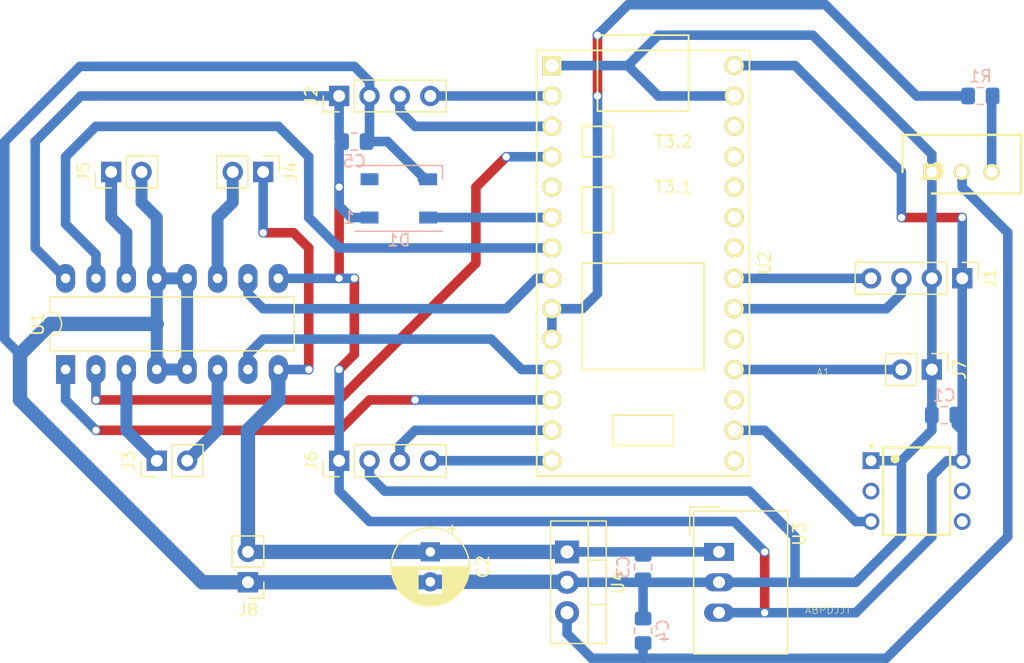
<source format=kicad_pcb>
(kicad_pcb (version 20171130) (host pcbnew 5.0.2-bee76a0~70~ubuntu18.04.1)

  (general
    (thickness 1.6)
    (drawings 0)
    (tracks 198)
    (zones 0)
    (modules 21)
    (nets 38)
  )

  (page A4)
  (layers
    (0 F.Cu signal)
    (31 B.Cu signal)
    (32 B.Adhes user)
    (33 F.Adhes user)
    (34 B.Paste user)
    (35 F.Paste user)
    (36 B.SilkS user)
    (37 F.SilkS user)
    (38 B.Mask user)
    (39 F.Mask user)
    (40 Dwgs.User user)
    (41 Cmts.User user)
    (42 Eco1.User user)
    (43 Eco2.User user)
    (44 Edge.Cuts user)
    (45 Margin user)
    (46 B.CrtYd user)
    (47 F.CrtYd user)
    (48 B.Fab user)
    (49 F.Fab user)
  )

  (setup
    (last_trace_width 0.8)
    (user_trace_width 0.3)
    (user_trace_width 0.5)
    (user_trace_width 0.8)
    (user_trace_width 1)
    (user_trace_width 1.2)
    (user_trace_width 1.5)
    (user_trace_width 2)
    (trace_clearance 0.2)
    (zone_clearance 0.508)
    (zone_45_only no)
    (trace_min 0.25)
    (segment_width 0.2)
    (edge_width 0.15)
    (via_size 0.8)
    (via_drill 0.6)
    (via_min_size 0.8)
    (via_min_drill 0.6)
    (uvia_size 0.3)
    (uvia_drill 0.1)
    (uvias_allowed no)
    (uvia_min_size 0.2)
    (uvia_min_drill 0.1)
    (pcb_text_width 0.3)
    (pcb_text_size 1.5 1.5)
    (mod_edge_width 0.15)
    (mod_text_size 1 1)
    (mod_text_width 0.15)
    (pad_size 1.524 1.524)
    (pad_drill 0.762)
    (pad_to_mask_clearance 0.051)
    (solder_mask_min_width 0.25)
    (aux_axis_origin 0 0)
    (visible_elements FFFFFF7F)
    (pcbplotparams
      (layerselection 0x010fc_ffffffff)
      (usegerberextensions false)
      (usegerberattributes false)
      (usegerberadvancedattributes false)
      (creategerberjobfile false)
      (excludeedgelayer true)
      (linewidth 0.100000)
      (plotframeref false)
      (viasonmask false)
      (mode 1)
      (useauxorigin false)
      (hpglpennumber 1)
      (hpglpenspeed 20)
      (hpglpendiameter 15.000000)
      (psnegative false)
      (psa4output false)
      (plotreference true)
      (plotvalue true)
      (plotinvisibletext false)
      (padsonsilk false)
      (subtractmaskfromsilk false)
      (outputformat 1)
      (mirror false)
      (drillshape 1)
      (scaleselection 1)
      (outputdirectory ""))
  )

  (net 0 "")
  (net 1 GND)
  (net 2 "Net-(A1-Pad2)")
  (net 3 /PRESSURE)
  (net 4 "Net-(A1-Pad4)")
  (net 5 "Net-(A1-Pad5)")
  (net 6 +5V)
  (net 7 /POWER)
  (net 8 "Net-(J3-Pad2)")
  (net 9 /ENC_A)
  (net 10 /ENC_B)
  (net 11 /LIM_SWITCH)
  (net 12 /RX)
  (net 13 /TX)
  (net 14 /MOTORZ_B)
  (net 15 /MOTORZ_A)
  (net 16 /PUMP_CTRL)
  (net 17 /VALVE_CTRL)
  (net 18 /MOTORZ_PWM)
  (net 19 +10V)
  (net 20 /RGB_LED)
  (net 21 "Net-(D1-Pad2)")
  (net 22 "Net-(J3-Pad1)")
  (net 23 "Net-(J4-Pad2)")
  (net 24 "Net-(J5-Pad1)")
  (net 25 "Net-(J9-Pad3)")
  (net 26 /RX_DYN)
  (net 27 "Net-(U2-Pad5)")
  (net 28 /SDA)
  (net 29 /SCL)
  (net 30 "Net-(U2-Pad20)")
  (net 31 "Net-(U2-Pad22)")
  (net 32 "Net-(U2-Pad24)")
  (net 33 "Net-(U2-Pad27)")
  (net 34 "Net-(U2-Pad28)")
  (net 35 "Net-(U2-Pad29)")
  (net 36 "Net-(U2-Pad30)")
  (net 37 "Net-(U2-Pad31)")

  (net_class Default "This is the default net class."
    (clearance 0.2)
    (trace_width 0.508)
    (via_dia 0.8)
    (via_drill 0.6)
    (uvia_dia 0.3)
    (uvia_drill 0.1)
    (diff_pair_gap 0.3)
    (diff_pair_width 0.3)
    (add_net +10V)
    (add_net +5V)
    (add_net /ENC_A)
    (add_net /ENC_B)
    (add_net /LIM_SWITCH)
    (add_net /MOTORZ_A)
    (add_net /MOTORZ_B)
    (add_net /MOTORZ_PWM)
    (add_net /POWER)
    (add_net /PRESSURE)
    (add_net /PUMP_CTRL)
    (add_net /RGB_LED)
    (add_net /RX)
    (add_net /RX_DYN)
    (add_net /SCL)
    (add_net /SDA)
    (add_net /TX)
    (add_net /VALVE_CTRL)
    (add_net GND)
    (add_net "Net-(A1-Pad2)")
    (add_net "Net-(A1-Pad4)")
    (add_net "Net-(A1-Pad5)")
    (add_net "Net-(D1-Pad2)")
    (add_net "Net-(J3-Pad1)")
    (add_net "Net-(J3-Pad2)")
    (add_net "Net-(J4-Pad2)")
    (add_net "Net-(J5-Pad1)")
    (add_net "Net-(J9-Pad3)")
    (add_net "Net-(U2-Pad20)")
    (add_net "Net-(U2-Pad22)")
    (add_net "Net-(U2-Pad24)")
    (add_net "Net-(U2-Pad27)")
    (add_net "Net-(U2-Pad28)")
    (add_net "Net-(U2-Pad29)")
    (add_net "Net-(U2-Pad30)")
    (add_net "Net-(U2-Pad31)")
    (add_net "Net-(U2-Pad5)")
  )

  (module Capacitor_SMD:C_0805_2012Metric_Pad1.15x1.40mm_HandSolder (layer B.Cu) (tedit 5B36C52B) (tstamp 5C5CF832)
    (at 159.775 95.25 180)
    (descr "Capacitor SMD 0805 (2012 Metric), square (rectangular) end terminal, IPC_7351 nominal with elongated pad for handsoldering. (Body size source: https://docs.google.com/spreadsheets/d/1BsfQQcO9C6DZCsRaXUlFlo91Tg2WpOkGARC1WS5S8t0/edit?usp=sharing), generated with kicad-footprint-generator")
    (tags "capacitor handsolder")
    (path /5C5BBB1B)
    (attr smd)
    (fp_text reference C1 (at 0 1.65 180) (layer B.SilkS)
      (effects (font (size 1 1) (thickness 0.15)) (justify mirror))
    )
    (fp_text value 100n (at 0 -1.65 180) (layer B.Fab)
      (effects (font (size 1 1) (thickness 0.15)) (justify mirror))
    )
    (fp_line (start -1 -0.6) (end -1 0.6) (layer B.Fab) (width 0.1))
    (fp_line (start -1 0.6) (end 1 0.6) (layer B.Fab) (width 0.1))
    (fp_line (start 1 0.6) (end 1 -0.6) (layer B.Fab) (width 0.1))
    (fp_line (start 1 -0.6) (end -1 -0.6) (layer B.Fab) (width 0.1))
    (fp_line (start -0.261252 0.71) (end 0.261252 0.71) (layer B.SilkS) (width 0.12))
    (fp_line (start -0.261252 -0.71) (end 0.261252 -0.71) (layer B.SilkS) (width 0.12))
    (fp_line (start -1.85 -0.95) (end -1.85 0.95) (layer B.CrtYd) (width 0.05))
    (fp_line (start -1.85 0.95) (end 1.85 0.95) (layer B.CrtYd) (width 0.05))
    (fp_line (start 1.85 0.95) (end 1.85 -0.95) (layer B.CrtYd) (width 0.05))
    (fp_line (start 1.85 -0.95) (end -1.85 -0.95) (layer B.CrtYd) (width 0.05))
    (fp_text user %R (at 0 0 180) (layer B.Fab)
      (effects (font (size 0.5 0.5) (thickness 0.08)) (justify mirror))
    )
    (pad 1 smd roundrect (at -1.025 0 180) (size 1.15 1.4) (layers B.Cu B.Paste B.Mask) (roundrect_rratio 0.217391)
      (net 6 +5V))
    (pad 2 smd roundrect (at 1.025 0 180) (size 1.15 1.4) (layers B.Cu B.Paste B.Mask) (roundrect_rratio 0.217391)
      (net 1 GND))
    (model ${KISYS3DMOD}/Capacitor_SMD.3dshapes/C_0805_2012Metric.wrl
      (at (xyz 0 0 0))
      (scale (xyz 1 1 1))
      (rotate (xyz 0 0 0))
    )
  )

  (module ABPDJJT:DIP762W50P254L730H410Q6 (layer F.Cu) (tedit 0) (tstamp 5C5CDB8C)
    (at 157.48 101.6)
    (path /5C5A4203)
    (fp_text reference A1 (at -7.81 -9.94) (layer F.SilkS)
      (effects (font (size 0.629921 0.629921) (thickness 0.05)))
    )
    (fp_text value ABPDJJT (at -7.41 9.94) (layer F.SilkS)
      (effects (font (size 0.629921 0.629921) (thickness 0.05)))
    )
    (fp_line (start -2.8 -3.65) (end 2.8 -3.65) (layer F.SilkS) (width 0.2))
    (fp_line (start 2.8 -3.65) (end 2.8 3.65) (layer F.SilkS) (width 0.2))
    (fp_line (start 2.8 3.65) (end -2.8 3.65) (layer F.SilkS) (width 0.2))
    (fp_line (start -2.8 3.65) (end -2.8 -3.65) (layer F.SilkS) (width 0.2))
    (fp_line (start -4.8 -4.15) (end 4.8 -4.15) (layer Eco1.User) (width 0.05))
    (fp_line (start 4.8 -4.15) (end 4.8 4.15) (layer Eco1.User) (width 0.05))
    (fp_line (start 4.8 4.15) (end -4.8 4.15) (layer Eco1.User) (width 0.05))
    (fp_line (start -4.8 4.15) (end -4.8 -4.15) (layer Eco1.User) (width 0.05))
    (fp_circle (center -1.8 -2.7) (end -1.51716 -2.7) (layer F.SilkS) (width 0.2))
    (fp_line (start -2 -2.6) (end -1.8 -2.9) (layer F.SilkS) (width 0.2))
    (fp_line (start -1.8 -2.9) (end -1.6 -2.7) (layer F.SilkS) (width 0.2))
    (fp_line (start -1.6 -2.7) (end -1.7 -2.5) (layer F.SilkS) (width 0.2))
    (fp_line (start -1.7 -2.5) (end -2 -2.6) (layer F.SilkS) (width 0.2))
    (fp_line (start -2 -2.6) (end -1.8 -2.7) (layer F.SilkS) (width 0.2))
    (fp_circle (center -3.8 -3.8) (end -3.7 -3.8) (layer F.SilkS) (width 0.2))
    (pad 1 thru_hole rect (at -3.81 -2.54) (size 1.4 1.4) (drill 0.9) (layers *.Cu *.Mask)
      (net 1 GND))
    (pad 2 thru_hole circle (at -3.81 0) (size 1.4 1.4) (drill 0.9) (layers *.Cu *.Mask)
      (net 2 "Net-(A1-Pad2)"))
    (pad 3 thru_hole circle (at -3.81 2.54) (size 1.4 1.4) (drill 0.9) (layers *.Cu *.Mask)
      (net 3 /PRESSURE))
    (pad 4 thru_hole circle (at 3.81 2.54 180) (size 1.4 1.4) (drill 0.9) (layers *.Cu *.Mask)
      (net 4 "Net-(A1-Pad4)"))
    (pad 5 thru_hole circle (at 3.81 0 180) (size 1.4 1.4) (drill 0.9) (layers *.Cu *.Mask)
      (net 5 "Net-(A1-Pad5)"))
    (pad 6 thru_hole circle (at 3.81 -2.54 180) (size 1.4 1.4) (drill 0.9) (layers *.Cu *.Mask)
      (net 6 +5V))
  )

  (module Capacitor_THT:CP_Radial_D6.3mm_P2.50mm (layer F.Cu) (tedit 5AE50EF0) (tstamp 5C5CDC33)
    (at 116.84 106.68 270)
    (descr "CP, Radial series, Radial, pin pitch=2.50mm, , diameter=6.3mm, Electrolytic Capacitor")
    (tags "CP Radial series Radial pin pitch 2.50mm  diameter 6.3mm Electrolytic Capacitor")
    (path /5C5E27E0)
    (fp_text reference C2 (at 1.25 -4.4 270) (layer F.SilkS)
      (effects (font (size 1 1) (thickness 0.15)))
    )
    (fp_text value 10u (at 1.25 4.4 270) (layer F.Fab)
      (effects (font (size 1 1) (thickness 0.15)))
    )
    (fp_circle (center 1.25 0) (end 4.4 0) (layer F.Fab) (width 0.1))
    (fp_circle (center 1.25 0) (end 4.52 0) (layer F.SilkS) (width 0.12))
    (fp_circle (center 1.25 0) (end 4.65 0) (layer F.CrtYd) (width 0.05))
    (fp_line (start -1.443972 -1.3735) (end -0.813972 -1.3735) (layer F.Fab) (width 0.1))
    (fp_line (start -1.128972 -1.6885) (end -1.128972 -1.0585) (layer F.Fab) (width 0.1))
    (fp_line (start 1.25 -3.23) (end 1.25 3.23) (layer F.SilkS) (width 0.12))
    (fp_line (start 1.29 -3.23) (end 1.29 3.23) (layer F.SilkS) (width 0.12))
    (fp_line (start 1.33 -3.23) (end 1.33 3.23) (layer F.SilkS) (width 0.12))
    (fp_line (start 1.37 -3.228) (end 1.37 3.228) (layer F.SilkS) (width 0.12))
    (fp_line (start 1.41 -3.227) (end 1.41 3.227) (layer F.SilkS) (width 0.12))
    (fp_line (start 1.45 -3.224) (end 1.45 3.224) (layer F.SilkS) (width 0.12))
    (fp_line (start 1.49 -3.222) (end 1.49 -1.04) (layer F.SilkS) (width 0.12))
    (fp_line (start 1.49 1.04) (end 1.49 3.222) (layer F.SilkS) (width 0.12))
    (fp_line (start 1.53 -3.218) (end 1.53 -1.04) (layer F.SilkS) (width 0.12))
    (fp_line (start 1.53 1.04) (end 1.53 3.218) (layer F.SilkS) (width 0.12))
    (fp_line (start 1.57 -3.215) (end 1.57 -1.04) (layer F.SilkS) (width 0.12))
    (fp_line (start 1.57 1.04) (end 1.57 3.215) (layer F.SilkS) (width 0.12))
    (fp_line (start 1.61 -3.211) (end 1.61 -1.04) (layer F.SilkS) (width 0.12))
    (fp_line (start 1.61 1.04) (end 1.61 3.211) (layer F.SilkS) (width 0.12))
    (fp_line (start 1.65 -3.206) (end 1.65 -1.04) (layer F.SilkS) (width 0.12))
    (fp_line (start 1.65 1.04) (end 1.65 3.206) (layer F.SilkS) (width 0.12))
    (fp_line (start 1.69 -3.201) (end 1.69 -1.04) (layer F.SilkS) (width 0.12))
    (fp_line (start 1.69 1.04) (end 1.69 3.201) (layer F.SilkS) (width 0.12))
    (fp_line (start 1.73 -3.195) (end 1.73 -1.04) (layer F.SilkS) (width 0.12))
    (fp_line (start 1.73 1.04) (end 1.73 3.195) (layer F.SilkS) (width 0.12))
    (fp_line (start 1.77 -3.189) (end 1.77 -1.04) (layer F.SilkS) (width 0.12))
    (fp_line (start 1.77 1.04) (end 1.77 3.189) (layer F.SilkS) (width 0.12))
    (fp_line (start 1.81 -3.182) (end 1.81 -1.04) (layer F.SilkS) (width 0.12))
    (fp_line (start 1.81 1.04) (end 1.81 3.182) (layer F.SilkS) (width 0.12))
    (fp_line (start 1.85 -3.175) (end 1.85 -1.04) (layer F.SilkS) (width 0.12))
    (fp_line (start 1.85 1.04) (end 1.85 3.175) (layer F.SilkS) (width 0.12))
    (fp_line (start 1.89 -3.167) (end 1.89 -1.04) (layer F.SilkS) (width 0.12))
    (fp_line (start 1.89 1.04) (end 1.89 3.167) (layer F.SilkS) (width 0.12))
    (fp_line (start 1.93 -3.159) (end 1.93 -1.04) (layer F.SilkS) (width 0.12))
    (fp_line (start 1.93 1.04) (end 1.93 3.159) (layer F.SilkS) (width 0.12))
    (fp_line (start 1.971 -3.15) (end 1.971 -1.04) (layer F.SilkS) (width 0.12))
    (fp_line (start 1.971 1.04) (end 1.971 3.15) (layer F.SilkS) (width 0.12))
    (fp_line (start 2.011 -3.141) (end 2.011 -1.04) (layer F.SilkS) (width 0.12))
    (fp_line (start 2.011 1.04) (end 2.011 3.141) (layer F.SilkS) (width 0.12))
    (fp_line (start 2.051 -3.131) (end 2.051 -1.04) (layer F.SilkS) (width 0.12))
    (fp_line (start 2.051 1.04) (end 2.051 3.131) (layer F.SilkS) (width 0.12))
    (fp_line (start 2.091 -3.121) (end 2.091 -1.04) (layer F.SilkS) (width 0.12))
    (fp_line (start 2.091 1.04) (end 2.091 3.121) (layer F.SilkS) (width 0.12))
    (fp_line (start 2.131 -3.11) (end 2.131 -1.04) (layer F.SilkS) (width 0.12))
    (fp_line (start 2.131 1.04) (end 2.131 3.11) (layer F.SilkS) (width 0.12))
    (fp_line (start 2.171 -3.098) (end 2.171 -1.04) (layer F.SilkS) (width 0.12))
    (fp_line (start 2.171 1.04) (end 2.171 3.098) (layer F.SilkS) (width 0.12))
    (fp_line (start 2.211 -3.086) (end 2.211 -1.04) (layer F.SilkS) (width 0.12))
    (fp_line (start 2.211 1.04) (end 2.211 3.086) (layer F.SilkS) (width 0.12))
    (fp_line (start 2.251 -3.074) (end 2.251 -1.04) (layer F.SilkS) (width 0.12))
    (fp_line (start 2.251 1.04) (end 2.251 3.074) (layer F.SilkS) (width 0.12))
    (fp_line (start 2.291 -3.061) (end 2.291 -1.04) (layer F.SilkS) (width 0.12))
    (fp_line (start 2.291 1.04) (end 2.291 3.061) (layer F.SilkS) (width 0.12))
    (fp_line (start 2.331 -3.047) (end 2.331 -1.04) (layer F.SilkS) (width 0.12))
    (fp_line (start 2.331 1.04) (end 2.331 3.047) (layer F.SilkS) (width 0.12))
    (fp_line (start 2.371 -3.033) (end 2.371 -1.04) (layer F.SilkS) (width 0.12))
    (fp_line (start 2.371 1.04) (end 2.371 3.033) (layer F.SilkS) (width 0.12))
    (fp_line (start 2.411 -3.018) (end 2.411 -1.04) (layer F.SilkS) (width 0.12))
    (fp_line (start 2.411 1.04) (end 2.411 3.018) (layer F.SilkS) (width 0.12))
    (fp_line (start 2.451 -3.002) (end 2.451 -1.04) (layer F.SilkS) (width 0.12))
    (fp_line (start 2.451 1.04) (end 2.451 3.002) (layer F.SilkS) (width 0.12))
    (fp_line (start 2.491 -2.986) (end 2.491 -1.04) (layer F.SilkS) (width 0.12))
    (fp_line (start 2.491 1.04) (end 2.491 2.986) (layer F.SilkS) (width 0.12))
    (fp_line (start 2.531 -2.97) (end 2.531 -1.04) (layer F.SilkS) (width 0.12))
    (fp_line (start 2.531 1.04) (end 2.531 2.97) (layer F.SilkS) (width 0.12))
    (fp_line (start 2.571 -2.952) (end 2.571 -1.04) (layer F.SilkS) (width 0.12))
    (fp_line (start 2.571 1.04) (end 2.571 2.952) (layer F.SilkS) (width 0.12))
    (fp_line (start 2.611 -2.934) (end 2.611 -1.04) (layer F.SilkS) (width 0.12))
    (fp_line (start 2.611 1.04) (end 2.611 2.934) (layer F.SilkS) (width 0.12))
    (fp_line (start 2.651 -2.916) (end 2.651 -1.04) (layer F.SilkS) (width 0.12))
    (fp_line (start 2.651 1.04) (end 2.651 2.916) (layer F.SilkS) (width 0.12))
    (fp_line (start 2.691 -2.896) (end 2.691 -1.04) (layer F.SilkS) (width 0.12))
    (fp_line (start 2.691 1.04) (end 2.691 2.896) (layer F.SilkS) (width 0.12))
    (fp_line (start 2.731 -2.876) (end 2.731 -1.04) (layer F.SilkS) (width 0.12))
    (fp_line (start 2.731 1.04) (end 2.731 2.876) (layer F.SilkS) (width 0.12))
    (fp_line (start 2.771 -2.856) (end 2.771 -1.04) (layer F.SilkS) (width 0.12))
    (fp_line (start 2.771 1.04) (end 2.771 2.856) (layer F.SilkS) (width 0.12))
    (fp_line (start 2.811 -2.834) (end 2.811 -1.04) (layer F.SilkS) (width 0.12))
    (fp_line (start 2.811 1.04) (end 2.811 2.834) (layer F.SilkS) (width 0.12))
    (fp_line (start 2.851 -2.812) (end 2.851 -1.04) (layer F.SilkS) (width 0.12))
    (fp_line (start 2.851 1.04) (end 2.851 2.812) (layer F.SilkS) (width 0.12))
    (fp_line (start 2.891 -2.79) (end 2.891 -1.04) (layer F.SilkS) (width 0.12))
    (fp_line (start 2.891 1.04) (end 2.891 2.79) (layer F.SilkS) (width 0.12))
    (fp_line (start 2.931 -2.766) (end 2.931 -1.04) (layer F.SilkS) (width 0.12))
    (fp_line (start 2.931 1.04) (end 2.931 2.766) (layer F.SilkS) (width 0.12))
    (fp_line (start 2.971 -2.742) (end 2.971 -1.04) (layer F.SilkS) (width 0.12))
    (fp_line (start 2.971 1.04) (end 2.971 2.742) (layer F.SilkS) (width 0.12))
    (fp_line (start 3.011 -2.716) (end 3.011 -1.04) (layer F.SilkS) (width 0.12))
    (fp_line (start 3.011 1.04) (end 3.011 2.716) (layer F.SilkS) (width 0.12))
    (fp_line (start 3.051 -2.69) (end 3.051 -1.04) (layer F.SilkS) (width 0.12))
    (fp_line (start 3.051 1.04) (end 3.051 2.69) (layer F.SilkS) (width 0.12))
    (fp_line (start 3.091 -2.664) (end 3.091 -1.04) (layer F.SilkS) (width 0.12))
    (fp_line (start 3.091 1.04) (end 3.091 2.664) (layer F.SilkS) (width 0.12))
    (fp_line (start 3.131 -2.636) (end 3.131 -1.04) (layer F.SilkS) (width 0.12))
    (fp_line (start 3.131 1.04) (end 3.131 2.636) (layer F.SilkS) (width 0.12))
    (fp_line (start 3.171 -2.607) (end 3.171 -1.04) (layer F.SilkS) (width 0.12))
    (fp_line (start 3.171 1.04) (end 3.171 2.607) (layer F.SilkS) (width 0.12))
    (fp_line (start 3.211 -2.578) (end 3.211 -1.04) (layer F.SilkS) (width 0.12))
    (fp_line (start 3.211 1.04) (end 3.211 2.578) (layer F.SilkS) (width 0.12))
    (fp_line (start 3.251 -2.548) (end 3.251 -1.04) (layer F.SilkS) (width 0.12))
    (fp_line (start 3.251 1.04) (end 3.251 2.548) (layer F.SilkS) (width 0.12))
    (fp_line (start 3.291 -2.516) (end 3.291 -1.04) (layer F.SilkS) (width 0.12))
    (fp_line (start 3.291 1.04) (end 3.291 2.516) (layer F.SilkS) (width 0.12))
    (fp_line (start 3.331 -2.484) (end 3.331 -1.04) (layer F.SilkS) (width 0.12))
    (fp_line (start 3.331 1.04) (end 3.331 2.484) (layer F.SilkS) (width 0.12))
    (fp_line (start 3.371 -2.45) (end 3.371 -1.04) (layer F.SilkS) (width 0.12))
    (fp_line (start 3.371 1.04) (end 3.371 2.45) (layer F.SilkS) (width 0.12))
    (fp_line (start 3.411 -2.416) (end 3.411 -1.04) (layer F.SilkS) (width 0.12))
    (fp_line (start 3.411 1.04) (end 3.411 2.416) (layer F.SilkS) (width 0.12))
    (fp_line (start 3.451 -2.38) (end 3.451 -1.04) (layer F.SilkS) (width 0.12))
    (fp_line (start 3.451 1.04) (end 3.451 2.38) (layer F.SilkS) (width 0.12))
    (fp_line (start 3.491 -2.343) (end 3.491 -1.04) (layer F.SilkS) (width 0.12))
    (fp_line (start 3.491 1.04) (end 3.491 2.343) (layer F.SilkS) (width 0.12))
    (fp_line (start 3.531 -2.305) (end 3.531 -1.04) (layer F.SilkS) (width 0.12))
    (fp_line (start 3.531 1.04) (end 3.531 2.305) (layer F.SilkS) (width 0.12))
    (fp_line (start 3.571 -2.265) (end 3.571 2.265) (layer F.SilkS) (width 0.12))
    (fp_line (start 3.611 -2.224) (end 3.611 2.224) (layer F.SilkS) (width 0.12))
    (fp_line (start 3.651 -2.182) (end 3.651 2.182) (layer F.SilkS) (width 0.12))
    (fp_line (start 3.691 -2.137) (end 3.691 2.137) (layer F.SilkS) (width 0.12))
    (fp_line (start 3.731 -2.092) (end 3.731 2.092) (layer F.SilkS) (width 0.12))
    (fp_line (start 3.771 -2.044) (end 3.771 2.044) (layer F.SilkS) (width 0.12))
    (fp_line (start 3.811 -1.995) (end 3.811 1.995) (layer F.SilkS) (width 0.12))
    (fp_line (start 3.851 -1.944) (end 3.851 1.944) (layer F.SilkS) (width 0.12))
    (fp_line (start 3.891 -1.89) (end 3.891 1.89) (layer F.SilkS) (width 0.12))
    (fp_line (start 3.931 -1.834) (end 3.931 1.834) (layer F.SilkS) (width 0.12))
    (fp_line (start 3.971 -1.776) (end 3.971 1.776) (layer F.SilkS) (width 0.12))
    (fp_line (start 4.011 -1.714) (end 4.011 1.714) (layer F.SilkS) (width 0.12))
    (fp_line (start 4.051 -1.65) (end 4.051 1.65) (layer F.SilkS) (width 0.12))
    (fp_line (start 4.091 -1.581) (end 4.091 1.581) (layer F.SilkS) (width 0.12))
    (fp_line (start 4.131 -1.509) (end 4.131 1.509) (layer F.SilkS) (width 0.12))
    (fp_line (start 4.171 -1.432) (end 4.171 1.432) (layer F.SilkS) (width 0.12))
    (fp_line (start 4.211 -1.35) (end 4.211 1.35) (layer F.SilkS) (width 0.12))
    (fp_line (start 4.251 -1.262) (end 4.251 1.262) (layer F.SilkS) (width 0.12))
    (fp_line (start 4.291 -1.165) (end 4.291 1.165) (layer F.SilkS) (width 0.12))
    (fp_line (start 4.331 -1.059) (end 4.331 1.059) (layer F.SilkS) (width 0.12))
    (fp_line (start 4.371 -0.94) (end 4.371 0.94) (layer F.SilkS) (width 0.12))
    (fp_line (start 4.411 -0.802) (end 4.411 0.802) (layer F.SilkS) (width 0.12))
    (fp_line (start 4.451 -0.633) (end 4.451 0.633) (layer F.SilkS) (width 0.12))
    (fp_line (start 4.491 -0.402) (end 4.491 0.402) (layer F.SilkS) (width 0.12))
    (fp_line (start -2.250241 -1.839) (end -1.620241 -1.839) (layer F.SilkS) (width 0.12))
    (fp_line (start -1.935241 -2.154) (end -1.935241 -1.524) (layer F.SilkS) (width 0.12))
    (fp_text user %R (at 1.25 0 270) (layer F.Fab)
      (effects (font (size 1 1) (thickness 0.15)))
    )
    (pad 1 thru_hole rect (at 0 0 270) (size 1.6 1.6) (drill 0.8) (layers *.Cu *.Mask)
      (net 7 /POWER))
    (pad 2 thru_hole circle (at 2.5 0 270) (size 1.6 1.6) (drill 0.8) (layers *.Cu *.Mask)
      (net 1 GND))
    (model ${KISYS3DMOD}/Capacitor_THT.3dshapes/CP_Radial_D6.3mm_P2.50mm.wrl
      (at (xyz 0 0 0))
      (scale (xyz 1 1 1))
      (rotate (xyz 0 0 0))
    )
  )

  (module Capacitor_SMD:C_0805_2012Metric_Pad1.15x1.40mm_HandSolder (layer B.Cu) (tedit 5B36C52B) (tstamp 5C5CDC44)
    (at 134.62 107.95 270)
    (descr "Capacitor SMD 0805 (2012 Metric), square (rectangular) end terminal, IPC_7351 nominal with elongated pad for handsoldering. (Body size source: https://docs.google.com/spreadsheets/d/1BsfQQcO9C6DZCsRaXUlFlo91Tg2WpOkGARC1WS5S8t0/edit?usp=sharing), generated with kicad-footprint-generator")
    (tags "capacitor handsolder")
    (path /5C61192F)
    (attr smd)
    (fp_text reference C3 (at 0 1.65 270) (layer B.SilkS)
      (effects (font (size 1 1) (thickness 0.15)) (justify mirror))
    )
    (fp_text value 330n (at 0 -1.65 270) (layer B.Fab)
      (effects (font (size 1 1) (thickness 0.15)) (justify mirror))
    )
    (fp_text user %R (at 0 0 270) (layer B.Fab)
      (effects (font (size 0.5 0.5) (thickness 0.08)) (justify mirror))
    )
    (fp_line (start 1.85 -0.95) (end -1.85 -0.95) (layer B.CrtYd) (width 0.05))
    (fp_line (start 1.85 0.95) (end 1.85 -0.95) (layer B.CrtYd) (width 0.05))
    (fp_line (start -1.85 0.95) (end 1.85 0.95) (layer B.CrtYd) (width 0.05))
    (fp_line (start -1.85 -0.95) (end -1.85 0.95) (layer B.CrtYd) (width 0.05))
    (fp_line (start -0.261252 -0.71) (end 0.261252 -0.71) (layer B.SilkS) (width 0.12))
    (fp_line (start -0.261252 0.71) (end 0.261252 0.71) (layer B.SilkS) (width 0.12))
    (fp_line (start 1 -0.6) (end -1 -0.6) (layer B.Fab) (width 0.1))
    (fp_line (start 1 0.6) (end 1 -0.6) (layer B.Fab) (width 0.1))
    (fp_line (start -1 0.6) (end 1 0.6) (layer B.Fab) (width 0.1))
    (fp_line (start -1 -0.6) (end -1 0.6) (layer B.Fab) (width 0.1))
    (pad 2 smd roundrect (at 1.025 0 270) (size 1.15 1.4) (layers B.Cu B.Paste B.Mask) (roundrect_rratio 0.217391)
      (net 1 GND))
    (pad 1 smd roundrect (at -1.025 0 270) (size 1.15 1.4) (layers B.Cu B.Paste B.Mask) (roundrect_rratio 0.217391)
      (net 7 /POWER))
    (model ${KISYS3DMOD}/Capacitor_SMD.3dshapes/C_0805_2012Metric.wrl
      (at (xyz 0 0 0))
      (scale (xyz 1 1 1))
      (rotate (xyz 0 0 0))
    )
  )

  (module Capacitor_SMD:C_0805_2012Metric_Pad1.15x1.40mm_HandSolder (layer B.Cu) (tedit 5B36C52B) (tstamp 5C5CDC55)
    (at 134.62 113.275 90)
    (descr "Capacitor SMD 0805 (2012 Metric), square (rectangular) end terminal, IPC_7351 nominal with elongated pad for handsoldering. (Body size source: https://docs.google.com/spreadsheets/d/1BsfQQcO9C6DZCsRaXUlFlo91Tg2WpOkGARC1WS5S8t0/edit?usp=sharing), generated with kicad-footprint-generator")
    (tags "capacitor handsolder")
    (path /5C6119C9)
    (attr smd)
    (fp_text reference C4 (at 0 1.65 90) (layer B.SilkS)
      (effects (font (size 1 1) (thickness 0.15)) (justify mirror))
    )
    (fp_text value 100n (at 0 -1.65 90) (layer B.Fab)
      (effects (font (size 1 1) (thickness 0.15)) (justify mirror))
    )
    (fp_line (start -1 -0.6) (end -1 0.6) (layer B.Fab) (width 0.1))
    (fp_line (start -1 0.6) (end 1 0.6) (layer B.Fab) (width 0.1))
    (fp_line (start 1 0.6) (end 1 -0.6) (layer B.Fab) (width 0.1))
    (fp_line (start 1 -0.6) (end -1 -0.6) (layer B.Fab) (width 0.1))
    (fp_line (start -0.261252 0.71) (end 0.261252 0.71) (layer B.SilkS) (width 0.12))
    (fp_line (start -0.261252 -0.71) (end 0.261252 -0.71) (layer B.SilkS) (width 0.12))
    (fp_line (start -1.85 -0.95) (end -1.85 0.95) (layer B.CrtYd) (width 0.05))
    (fp_line (start -1.85 0.95) (end 1.85 0.95) (layer B.CrtYd) (width 0.05))
    (fp_line (start 1.85 0.95) (end 1.85 -0.95) (layer B.CrtYd) (width 0.05))
    (fp_line (start 1.85 -0.95) (end -1.85 -0.95) (layer B.CrtYd) (width 0.05))
    (fp_text user %R (at 0 0 90) (layer B.Fab)
      (effects (font (size 0.5 0.5) (thickness 0.08)) (justify mirror))
    )
    (pad 1 smd roundrect (at -1.025 0 90) (size 1.15 1.4) (layers B.Cu B.Paste B.Mask) (roundrect_rratio 0.217391)
      (net 19 +10V))
    (pad 2 smd roundrect (at 1.025 0 90) (size 1.15 1.4) (layers B.Cu B.Paste B.Mask) (roundrect_rratio 0.217391)
      (net 1 GND))
    (model ${KISYS3DMOD}/Capacitor_SMD.3dshapes/C_0805_2012Metric.wrl
      (at (xyz 0 0 0))
      (scale (xyz 1 1 1))
      (rotate (xyz 0 0 0))
    )
  )

  (module Capacitor_SMD:C_0805_2012Metric_Pad1.15x1.40mm_HandSolder (layer B.Cu) (tedit 5B36C52B) (tstamp 5C694C25)
    (at 110.49 72.39)
    (descr "Capacitor SMD 0805 (2012 Metric), square (rectangular) end terminal, IPC_7351 nominal with elongated pad for handsoldering. (Body size source: https://docs.google.com/spreadsheets/d/1BsfQQcO9C6DZCsRaXUlFlo91Tg2WpOkGARC1WS5S8t0/edit?usp=sharing), generated with kicad-footprint-generator")
    (tags "capacitor handsolder")
    (path /5C5CE022)
    (attr smd)
    (fp_text reference C5 (at 0 1.65) (layer B.SilkS)
      (effects (font (size 1 1) (thickness 0.15)) (justify mirror))
    )
    (fp_text value 100n (at 0 -1.65) (layer B.Fab)
      (effects (font (size 1 1) (thickness 0.15)) (justify mirror))
    )
    (fp_line (start -1 -0.6) (end -1 0.6) (layer B.Fab) (width 0.1))
    (fp_line (start -1 0.6) (end 1 0.6) (layer B.Fab) (width 0.1))
    (fp_line (start 1 0.6) (end 1 -0.6) (layer B.Fab) (width 0.1))
    (fp_line (start 1 -0.6) (end -1 -0.6) (layer B.Fab) (width 0.1))
    (fp_line (start -0.261252 0.71) (end 0.261252 0.71) (layer B.SilkS) (width 0.12))
    (fp_line (start -0.261252 -0.71) (end 0.261252 -0.71) (layer B.SilkS) (width 0.12))
    (fp_line (start -1.85 -0.95) (end -1.85 0.95) (layer B.CrtYd) (width 0.05))
    (fp_line (start -1.85 0.95) (end 1.85 0.95) (layer B.CrtYd) (width 0.05))
    (fp_line (start 1.85 0.95) (end 1.85 -0.95) (layer B.CrtYd) (width 0.05))
    (fp_line (start 1.85 -0.95) (end -1.85 -0.95) (layer B.CrtYd) (width 0.05))
    (fp_text user %R (at 0 0) (layer B.Fab)
      (effects (font (size 0.5 0.5) (thickness 0.08)) (justify mirror))
    )
    (pad 1 smd roundrect (at -1.025 0) (size 1.15 1.4) (layers B.Cu B.Paste B.Mask) (roundrect_rratio 0.217391)
      (net 6 +5V))
    (pad 2 smd roundrect (at 1.025 0) (size 1.15 1.4) (layers B.Cu B.Paste B.Mask) (roundrect_rratio 0.217391)
      (net 1 GND))
    (model ${KISYS3DMOD}/Capacitor_SMD.3dshapes/C_0805_2012Metric.wrl
      (at (xyz 0 0 0))
      (scale (xyz 1 1 1))
      (rotate (xyz 0 0 0))
    )
  )

  (module LED_SMD:LED_WS2812B_PLCC4_5.0x5.0mm_P3.2mm (layer B.Cu) (tedit 5AA4B285) (tstamp 5C5CDC7D)
    (at 114.21 77.14)
    (descr https://cdn-shop.adafruit.com/datasheets/WS2812B.pdf)
    (tags "LED RGB NeoPixel")
    (path /5C5C57D2)
    (attr smd)
    (fp_text reference D1 (at 0 3.5) (layer B.SilkS)
      (effects (font (size 1 1) (thickness 0.15)) (justify mirror))
    )
    (fp_text value WS2812B (at 0 -4) (layer B.Fab)
      (effects (font (size 1 1) (thickness 0.15)) (justify mirror))
    )
    (fp_text user 1 (at -4.15 1.6) (layer B.SilkS)
      (effects (font (size 1 1) (thickness 0.15)) (justify mirror))
    )
    (fp_text user %R (at 0 0) (layer B.Fab)
      (effects (font (size 0.8 0.8) (thickness 0.15)) (justify mirror))
    )
    (fp_line (start 3.45 2.75) (end -3.45 2.75) (layer B.CrtYd) (width 0.05))
    (fp_line (start 3.45 -2.75) (end 3.45 2.75) (layer B.CrtYd) (width 0.05))
    (fp_line (start -3.45 -2.75) (end 3.45 -2.75) (layer B.CrtYd) (width 0.05))
    (fp_line (start -3.45 2.75) (end -3.45 -2.75) (layer B.CrtYd) (width 0.05))
    (fp_line (start 2.5 -1.5) (end 1.5 -2.5) (layer B.Fab) (width 0.1))
    (fp_line (start -2.5 2.5) (end -2.5 -2.5) (layer B.Fab) (width 0.1))
    (fp_line (start -2.5 -2.5) (end 2.5 -2.5) (layer B.Fab) (width 0.1))
    (fp_line (start 2.5 -2.5) (end 2.5 2.5) (layer B.Fab) (width 0.1))
    (fp_line (start 2.5 2.5) (end -2.5 2.5) (layer B.Fab) (width 0.1))
    (fp_line (start -3.65 2.75) (end 3.65 2.75) (layer B.SilkS) (width 0.12))
    (fp_line (start -3.65 -2.75) (end 3.65 -2.75) (layer B.SilkS) (width 0.12))
    (fp_line (start 3.65 -2.75) (end 3.65 -1.6) (layer B.SilkS) (width 0.12))
    (fp_circle (center 0 0) (end 0 2) (layer B.Fab) (width 0.1))
    (pad 3 smd rect (at 2.45 -1.6) (size 1.5 1) (layers B.Cu B.Paste B.Mask)
      (net 1 GND))
    (pad 4 smd rect (at 2.45 1.6) (size 1.5 1) (layers B.Cu B.Paste B.Mask)
      (net 20 /RGB_LED))
    (pad 2 smd rect (at -2.45 -1.6) (size 1.5 1) (layers B.Cu B.Paste B.Mask)
      (net 21 "Net-(D1-Pad2)"))
    (pad 1 smd rect (at -2.45 1.6) (size 1.5 1) (layers B.Cu B.Paste B.Mask)
      (net 6 +5V))
    (model ${KISYS3DMOD}/LED_SMD.3dshapes/LED_WS2812B_PLCC4_5.0x5.0mm_P3.2mm.wrl
      (at (xyz 0 0 0))
      (scale (xyz 1 1 1))
      (rotate (xyz 0 0 0))
    )
  )

  (module Connector_PinHeader_2.54mm:PinHeader_1x04_P2.54mm_Vertical (layer F.Cu) (tedit 59FED5CC) (tstamp 5C5CDC95)
    (at 161.29 83.82 270)
    (descr "Through hole straight pin header, 1x04, 2.54mm pitch, single row")
    (tags "Through hole pin header THT 1x04 2.54mm single row")
    (path /5C5D8493)
    (fp_text reference J1 (at 0 -2.33 270) (layer F.SilkS)
      (effects (font (size 1 1) (thickness 0.15)))
    )
    (fp_text value I2C (at 0 9.95 270) (layer F.Fab)
      (effects (font (size 1 1) (thickness 0.15)))
    )
    (fp_line (start -0.635 -1.27) (end 1.27 -1.27) (layer F.Fab) (width 0.1))
    (fp_line (start 1.27 -1.27) (end 1.27 8.89) (layer F.Fab) (width 0.1))
    (fp_line (start 1.27 8.89) (end -1.27 8.89) (layer F.Fab) (width 0.1))
    (fp_line (start -1.27 8.89) (end -1.27 -0.635) (layer F.Fab) (width 0.1))
    (fp_line (start -1.27 -0.635) (end -0.635 -1.27) (layer F.Fab) (width 0.1))
    (fp_line (start -1.33 8.95) (end 1.33 8.95) (layer F.SilkS) (width 0.12))
    (fp_line (start -1.33 1.27) (end -1.33 8.95) (layer F.SilkS) (width 0.12))
    (fp_line (start 1.33 1.27) (end 1.33 8.95) (layer F.SilkS) (width 0.12))
    (fp_line (start -1.33 1.27) (end 1.33 1.27) (layer F.SilkS) (width 0.12))
    (fp_line (start -1.33 0) (end -1.33 -1.33) (layer F.SilkS) (width 0.12))
    (fp_line (start -1.33 -1.33) (end 0 -1.33) (layer F.SilkS) (width 0.12))
    (fp_line (start -1.8 -1.8) (end -1.8 9.4) (layer F.CrtYd) (width 0.05))
    (fp_line (start -1.8 9.4) (end 1.8 9.4) (layer F.CrtYd) (width 0.05))
    (fp_line (start 1.8 9.4) (end 1.8 -1.8) (layer F.CrtYd) (width 0.05))
    (fp_line (start 1.8 -1.8) (end -1.8 -1.8) (layer F.CrtYd) (width 0.05))
    (fp_text user %R (at 0 3.81) (layer F.Fab)
      (effects (font (size 1 1) (thickness 0.15)))
    )
    (pad 1 thru_hole rect (at 0 0 270) (size 1.7 1.7) (drill 1) (layers *.Cu *.Mask)
      (net 6 +5V))
    (pad 2 thru_hole oval (at 0 2.54 270) (size 1.7 1.7) (drill 1) (layers *.Cu *.Mask)
      (net 1 GND))
    (pad 3 thru_hole oval (at 0 5.08 270) (size 1.7 1.7) (drill 1) (layers *.Cu *.Mask)
      (net 28 /SDA))
    (pad 4 thru_hole oval (at 0 7.62 270) (size 1.7 1.7) (drill 1) (layers *.Cu *.Mask)
      (net 29 /SCL))
    (model ${KISYS3DMOD}/Connector_PinHeader_2.54mm.3dshapes/PinHeader_1x04_P2.54mm_Vertical.wrl
      (at (xyz 0 0 0))
      (scale (xyz 1 1 1))
      (rotate (xyz 0 0 0))
    )
  )

  (module Connector_PinHeader_2.54mm:PinHeader_1x04_P2.54mm_Vertical (layer F.Cu) (tedit 59FED5CC) (tstamp 5C5CDCAD)
    (at 109.22 68.58 90)
    (descr "Through hole straight pin header, 1x04, 2.54mm pitch, single row")
    (tags "Through hole pin header THT 1x04 2.54mm single row")
    (path /5C43DB1F)
    (fp_text reference J2 (at 0 -2.33 90) (layer F.SilkS)
      (effects (font (size 1 1) (thickness 0.15)))
    )
    (fp_text value UART (at 0 9.95 90) (layer F.Fab)
      (effects (font (size 1 1) (thickness 0.15)))
    )
    (fp_text user %R (at 0 3.81 180) (layer F.Fab)
      (effects (font (size 1 1) (thickness 0.15)))
    )
    (fp_line (start 1.8 -1.8) (end -1.8 -1.8) (layer F.CrtYd) (width 0.05))
    (fp_line (start 1.8 9.4) (end 1.8 -1.8) (layer F.CrtYd) (width 0.05))
    (fp_line (start -1.8 9.4) (end 1.8 9.4) (layer F.CrtYd) (width 0.05))
    (fp_line (start -1.8 -1.8) (end -1.8 9.4) (layer F.CrtYd) (width 0.05))
    (fp_line (start -1.33 -1.33) (end 0 -1.33) (layer F.SilkS) (width 0.12))
    (fp_line (start -1.33 0) (end -1.33 -1.33) (layer F.SilkS) (width 0.12))
    (fp_line (start -1.33 1.27) (end 1.33 1.27) (layer F.SilkS) (width 0.12))
    (fp_line (start 1.33 1.27) (end 1.33 8.95) (layer F.SilkS) (width 0.12))
    (fp_line (start -1.33 1.27) (end -1.33 8.95) (layer F.SilkS) (width 0.12))
    (fp_line (start -1.33 8.95) (end 1.33 8.95) (layer F.SilkS) (width 0.12))
    (fp_line (start -1.27 -0.635) (end -0.635 -1.27) (layer F.Fab) (width 0.1))
    (fp_line (start -1.27 8.89) (end -1.27 -0.635) (layer F.Fab) (width 0.1))
    (fp_line (start 1.27 8.89) (end -1.27 8.89) (layer F.Fab) (width 0.1))
    (fp_line (start 1.27 -1.27) (end 1.27 8.89) (layer F.Fab) (width 0.1))
    (fp_line (start -0.635 -1.27) (end 1.27 -1.27) (layer F.Fab) (width 0.1))
    (pad 4 thru_hole oval (at 0 7.62 90) (size 1.7 1.7) (drill 1) (layers *.Cu *.Mask)
      (net 12 /RX))
    (pad 3 thru_hole oval (at 0 5.08 90) (size 1.7 1.7) (drill 1) (layers *.Cu *.Mask)
      (net 13 /TX))
    (pad 2 thru_hole oval (at 0 2.54 90) (size 1.7 1.7) (drill 1) (layers *.Cu *.Mask)
      (net 1 GND))
    (pad 1 thru_hole rect (at 0 0 90) (size 1.7 1.7) (drill 1) (layers *.Cu *.Mask)
      (net 6 +5V))
    (model ${KISYS3DMOD}/Connector_PinHeader_2.54mm.3dshapes/PinHeader_1x04_P2.54mm_Vertical.wrl
      (at (xyz 0 0 0))
      (scale (xyz 1 1 1))
      (rotate (xyz 0 0 0))
    )
  )

  (module Connector_PinHeader_2.54mm:PinHeader_1x02_P2.54mm_Vertical (layer F.Cu) (tedit 59FED5CC) (tstamp 5C6963F6)
    (at 93.98 99.06 90)
    (descr "Through hole straight pin header, 1x02, 2.54mm pitch, single row")
    (tags "Through hole pin header THT 1x02 2.54mm single row")
    (path /5C63BEF8)
    (fp_text reference J3 (at 0 -2.33 90) (layer F.SilkS)
      (effects (font (size 1 1) (thickness 0.15)))
    )
    (fp_text value motZ (at 0 4.87 90) (layer F.Fab)
      (effects (font (size 1 1) (thickness 0.15)))
    )
    (fp_text user %R (at 0 1.27 180) (layer F.Fab)
      (effects (font (size 1 1) (thickness 0.15)))
    )
    (fp_line (start 1.8 -1.8) (end -1.8 -1.8) (layer F.CrtYd) (width 0.05))
    (fp_line (start 1.8 4.35) (end 1.8 -1.8) (layer F.CrtYd) (width 0.05))
    (fp_line (start -1.8 4.35) (end 1.8 4.35) (layer F.CrtYd) (width 0.05))
    (fp_line (start -1.8 -1.8) (end -1.8 4.35) (layer F.CrtYd) (width 0.05))
    (fp_line (start -1.33 -1.33) (end 0 -1.33) (layer F.SilkS) (width 0.12))
    (fp_line (start -1.33 0) (end -1.33 -1.33) (layer F.SilkS) (width 0.12))
    (fp_line (start -1.33 1.27) (end 1.33 1.27) (layer F.SilkS) (width 0.12))
    (fp_line (start 1.33 1.27) (end 1.33 3.87) (layer F.SilkS) (width 0.12))
    (fp_line (start -1.33 1.27) (end -1.33 3.87) (layer F.SilkS) (width 0.12))
    (fp_line (start -1.33 3.87) (end 1.33 3.87) (layer F.SilkS) (width 0.12))
    (fp_line (start -1.27 -0.635) (end -0.635 -1.27) (layer F.Fab) (width 0.1))
    (fp_line (start -1.27 3.81) (end -1.27 -0.635) (layer F.Fab) (width 0.1))
    (fp_line (start 1.27 3.81) (end -1.27 3.81) (layer F.Fab) (width 0.1))
    (fp_line (start 1.27 -1.27) (end 1.27 3.81) (layer F.Fab) (width 0.1))
    (fp_line (start -0.635 -1.27) (end 1.27 -1.27) (layer F.Fab) (width 0.1))
    (pad 2 thru_hole oval (at 0 2.54 90) (size 1.7 1.7) (drill 1) (layers *.Cu *.Mask)
      (net 8 "Net-(J3-Pad2)"))
    (pad 1 thru_hole rect (at 0 0 90) (size 1.7 1.7) (drill 1) (layers *.Cu *.Mask)
      (net 22 "Net-(J3-Pad1)"))
    (model ${KISYS3DMOD}/Connector_PinHeader_2.54mm.3dshapes/PinHeader_1x02_P2.54mm_Vertical.wrl
      (at (xyz 0 0 0))
      (scale (xyz 1 1 1))
      (rotate (xyz 0 0 0))
    )
  )

  (module Connector_PinHeader_2.54mm:PinHeader_1x02_P2.54mm_Vertical (layer F.Cu) (tedit 59FED5CC) (tstamp 5C6962B1)
    (at 102.87 74.93 270)
    (descr "Through hole straight pin header, 1x02, 2.54mm pitch, single row")
    (tags "Through hole pin header THT 1x02 2.54mm single row")
    (path /5C61213B)
    (fp_text reference J4 (at 0 -2.33 270) (layer F.SilkS)
      (effects (font (size 1 1) (thickness 0.15)))
    )
    (fp_text value pump (at 0 4.87 270) (layer F.Fab)
      (effects (font (size 1 1) (thickness 0.15)))
    )
    (fp_text user %R (at 0 1.27) (layer F.Fab)
      (effects (font (size 1 1) (thickness 0.15)))
    )
    (fp_line (start 1.8 -1.8) (end -1.8 -1.8) (layer F.CrtYd) (width 0.05))
    (fp_line (start 1.8 4.35) (end 1.8 -1.8) (layer F.CrtYd) (width 0.05))
    (fp_line (start -1.8 4.35) (end 1.8 4.35) (layer F.CrtYd) (width 0.05))
    (fp_line (start -1.8 -1.8) (end -1.8 4.35) (layer F.CrtYd) (width 0.05))
    (fp_line (start -1.33 -1.33) (end 0 -1.33) (layer F.SilkS) (width 0.12))
    (fp_line (start -1.33 0) (end -1.33 -1.33) (layer F.SilkS) (width 0.12))
    (fp_line (start -1.33 1.27) (end 1.33 1.27) (layer F.SilkS) (width 0.12))
    (fp_line (start 1.33 1.27) (end 1.33 3.87) (layer F.SilkS) (width 0.12))
    (fp_line (start -1.33 1.27) (end -1.33 3.87) (layer F.SilkS) (width 0.12))
    (fp_line (start -1.33 3.87) (end 1.33 3.87) (layer F.SilkS) (width 0.12))
    (fp_line (start -1.27 -0.635) (end -0.635 -1.27) (layer F.Fab) (width 0.1))
    (fp_line (start -1.27 3.81) (end -1.27 -0.635) (layer F.Fab) (width 0.1))
    (fp_line (start 1.27 3.81) (end -1.27 3.81) (layer F.Fab) (width 0.1))
    (fp_line (start 1.27 -1.27) (end 1.27 3.81) (layer F.Fab) (width 0.1))
    (fp_line (start -0.635 -1.27) (end 1.27 -1.27) (layer F.Fab) (width 0.1))
    (pad 2 thru_hole oval (at 0 2.54 270) (size 1.7 1.7) (drill 1) (layers *.Cu *.Mask)
      (net 23 "Net-(J4-Pad2)"))
    (pad 1 thru_hole rect (at 0 0 270) (size 1.7 1.7) (drill 1) (layers *.Cu *.Mask)
      (net 7 /POWER))
    (model ${KISYS3DMOD}/Connector_PinHeader_2.54mm.3dshapes/PinHeader_1x02_P2.54mm_Vertical.wrl
      (at (xyz 0 0 0))
      (scale (xyz 1 1 1))
      (rotate (xyz 0 0 0))
    )
  )

  (module Connector_PinHeader_2.54mm:PinHeader_1x02_P2.54mm_Vertical (layer F.Cu) (tedit 59FED5CC) (tstamp 5C696212)
    (at 90.17 74.93 90)
    (descr "Through hole straight pin header, 1x02, 2.54mm pitch, single row")
    (tags "Through hole pin header THT 1x02 2.54mm single row")
    (path /5C612207)
    (fp_text reference J5 (at 0 -2.33 90) (layer F.SilkS)
      (effects (font (size 1 1) (thickness 0.15)))
    )
    (fp_text value valve (at 0 4.87 90) (layer F.Fab)
      (effects (font (size 1 1) (thickness 0.15)))
    )
    (fp_line (start -0.635 -1.27) (end 1.27 -1.27) (layer F.Fab) (width 0.1))
    (fp_line (start 1.27 -1.27) (end 1.27 3.81) (layer F.Fab) (width 0.1))
    (fp_line (start 1.27 3.81) (end -1.27 3.81) (layer F.Fab) (width 0.1))
    (fp_line (start -1.27 3.81) (end -1.27 -0.635) (layer F.Fab) (width 0.1))
    (fp_line (start -1.27 -0.635) (end -0.635 -1.27) (layer F.Fab) (width 0.1))
    (fp_line (start -1.33 3.87) (end 1.33 3.87) (layer F.SilkS) (width 0.12))
    (fp_line (start -1.33 1.27) (end -1.33 3.87) (layer F.SilkS) (width 0.12))
    (fp_line (start 1.33 1.27) (end 1.33 3.87) (layer F.SilkS) (width 0.12))
    (fp_line (start -1.33 1.27) (end 1.33 1.27) (layer F.SilkS) (width 0.12))
    (fp_line (start -1.33 0) (end -1.33 -1.33) (layer F.SilkS) (width 0.12))
    (fp_line (start -1.33 -1.33) (end 0 -1.33) (layer F.SilkS) (width 0.12))
    (fp_line (start -1.8 -1.8) (end -1.8 4.35) (layer F.CrtYd) (width 0.05))
    (fp_line (start -1.8 4.35) (end 1.8 4.35) (layer F.CrtYd) (width 0.05))
    (fp_line (start 1.8 4.35) (end 1.8 -1.8) (layer F.CrtYd) (width 0.05))
    (fp_line (start 1.8 -1.8) (end -1.8 -1.8) (layer F.CrtYd) (width 0.05))
    (fp_text user %R (at 0 1.27 180) (layer F.Fab)
      (effects (font (size 1 1) (thickness 0.15)))
    )
    (pad 1 thru_hole rect (at 0 0 90) (size 1.7 1.7) (drill 1) (layers *.Cu *.Mask)
      (net 24 "Net-(J5-Pad1)"))
    (pad 2 thru_hole oval (at 0 2.54 90) (size 1.7 1.7) (drill 1) (layers *.Cu *.Mask)
      (net 1 GND))
    (model ${KISYS3DMOD}/Connector_PinHeader_2.54mm.3dshapes/PinHeader_1x02_P2.54mm_Vertical.wrl
      (at (xyz 0 0 0))
      (scale (xyz 1 1 1))
      (rotate (xyz 0 0 0))
    )
  )

  (module Connector_PinHeader_2.54mm:PinHeader_1x04_P2.54mm_Vertical (layer F.Cu) (tedit 59FED5CC) (tstamp 5C5CDD07)
    (at 109.22 99.06 90)
    (descr "Through hole straight pin header, 1x04, 2.54mm pitch, single row")
    (tags "Through hole pin header THT 1x04 2.54mm single row")
    (path /5C3F365F)
    (fp_text reference J6 (at 0 -2.33 90) (layer F.SilkS)
      (effects (font (size 1 1) (thickness 0.15)))
    )
    (fp_text value Encoder (at 0 9.95 90) (layer F.Fab)
      (effects (font (size 1 1) (thickness 0.15)))
    )
    (fp_line (start -0.635 -1.27) (end 1.27 -1.27) (layer F.Fab) (width 0.1))
    (fp_line (start 1.27 -1.27) (end 1.27 8.89) (layer F.Fab) (width 0.1))
    (fp_line (start 1.27 8.89) (end -1.27 8.89) (layer F.Fab) (width 0.1))
    (fp_line (start -1.27 8.89) (end -1.27 -0.635) (layer F.Fab) (width 0.1))
    (fp_line (start -1.27 -0.635) (end -0.635 -1.27) (layer F.Fab) (width 0.1))
    (fp_line (start -1.33 8.95) (end 1.33 8.95) (layer F.SilkS) (width 0.12))
    (fp_line (start -1.33 1.27) (end -1.33 8.95) (layer F.SilkS) (width 0.12))
    (fp_line (start 1.33 1.27) (end 1.33 8.95) (layer F.SilkS) (width 0.12))
    (fp_line (start -1.33 1.27) (end 1.33 1.27) (layer F.SilkS) (width 0.12))
    (fp_line (start -1.33 0) (end -1.33 -1.33) (layer F.SilkS) (width 0.12))
    (fp_line (start -1.33 -1.33) (end 0 -1.33) (layer F.SilkS) (width 0.12))
    (fp_line (start -1.8 -1.8) (end -1.8 9.4) (layer F.CrtYd) (width 0.05))
    (fp_line (start -1.8 9.4) (end 1.8 9.4) (layer F.CrtYd) (width 0.05))
    (fp_line (start 1.8 9.4) (end 1.8 -1.8) (layer F.CrtYd) (width 0.05))
    (fp_line (start 1.8 -1.8) (end -1.8 -1.8) (layer F.CrtYd) (width 0.05))
    (fp_text user %R (at 0 3.81 180) (layer F.Fab)
      (effects (font (size 1 1) (thickness 0.15)))
    )
    (pad 1 thru_hole rect (at 0 0 90) (size 1.7 1.7) (drill 1) (layers *.Cu *.Mask)
      (net 6 +5V))
    (pad 2 thru_hole oval (at 0 2.54 90) (size 1.7 1.7) (drill 1) (layers *.Cu *.Mask)
      (net 1 GND))
    (pad 3 thru_hole oval (at 0 5.08 90) (size 1.7 1.7) (drill 1) (layers *.Cu *.Mask)
      (net 9 /ENC_A))
    (pad 4 thru_hole oval (at 0 7.62 90) (size 1.7 1.7) (drill 1) (layers *.Cu *.Mask)
      (net 10 /ENC_B))
    (model ${KISYS3DMOD}/Connector_PinHeader_2.54mm.3dshapes/PinHeader_1x04_P2.54mm_Vertical.wrl
      (at (xyz 0 0 0))
      (scale (xyz 1 1 1))
      (rotate (xyz 0 0 0))
    )
  )

  (module Connector_PinHeader_2.54mm:PinHeader_1x02_P2.54mm_Vertical (layer F.Cu) (tedit 59FED5CC) (tstamp 5C5CDD1D)
    (at 158.75 91.44 270)
    (descr "Through hole straight pin header, 1x02, 2.54mm pitch, single row")
    (tags "Through hole pin header THT 1x02 2.54mm single row")
    (path /5C3E2C1E)
    (fp_text reference J7 (at 0 -2.33 270) (layer F.SilkS)
      (effects (font (size 1 1) (thickness 0.15)))
    )
    (fp_text value "Limit switch" (at 0 4.87 270) (layer F.Fab)
      (effects (font (size 1 1) (thickness 0.15)))
    )
    (fp_line (start -0.635 -1.27) (end 1.27 -1.27) (layer F.Fab) (width 0.1))
    (fp_line (start 1.27 -1.27) (end 1.27 3.81) (layer F.Fab) (width 0.1))
    (fp_line (start 1.27 3.81) (end -1.27 3.81) (layer F.Fab) (width 0.1))
    (fp_line (start -1.27 3.81) (end -1.27 -0.635) (layer F.Fab) (width 0.1))
    (fp_line (start -1.27 -0.635) (end -0.635 -1.27) (layer F.Fab) (width 0.1))
    (fp_line (start -1.33 3.87) (end 1.33 3.87) (layer F.SilkS) (width 0.12))
    (fp_line (start -1.33 1.27) (end -1.33 3.87) (layer F.SilkS) (width 0.12))
    (fp_line (start 1.33 1.27) (end 1.33 3.87) (layer F.SilkS) (width 0.12))
    (fp_line (start -1.33 1.27) (end 1.33 1.27) (layer F.SilkS) (width 0.12))
    (fp_line (start -1.33 0) (end -1.33 -1.33) (layer F.SilkS) (width 0.12))
    (fp_line (start -1.33 -1.33) (end 0 -1.33) (layer F.SilkS) (width 0.12))
    (fp_line (start -1.8 -1.8) (end -1.8 4.35) (layer F.CrtYd) (width 0.05))
    (fp_line (start -1.8 4.35) (end 1.8 4.35) (layer F.CrtYd) (width 0.05))
    (fp_line (start 1.8 4.35) (end 1.8 -1.8) (layer F.CrtYd) (width 0.05))
    (fp_line (start 1.8 -1.8) (end -1.8 -1.8) (layer F.CrtYd) (width 0.05))
    (fp_text user %R (at 0 1.27) (layer F.Fab)
      (effects (font (size 1 1) (thickness 0.15)))
    )
    (pad 1 thru_hole rect (at 0 0 270) (size 1.7 1.7) (drill 1) (layers *.Cu *.Mask)
      (net 1 GND))
    (pad 2 thru_hole oval (at 0 2.54 270) (size 1.7 1.7) (drill 1) (layers *.Cu *.Mask)
      (net 11 /LIM_SWITCH))
    (model ${KISYS3DMOD}/Connector_PinHeader_2.54mm.3dshapes/PinHeader_1x02_P2.54mm_Vertical.wrl
      (at (xyz 0 0 0))
      (scale (xyz 1 1 1))
      (rotate (xyz 0 0 0))
    )
  )

  (module Connector_PinHeader_2.54mm:PinHeader_1x02_P2.54mm_Vertical (layer F.Cu) (tedit 59FED5CC) (tstamp 5C69605C)
    (at 101.6 109.22 180)
    (descr "Through hole straight pin header, 1x02, 2.54mm pitch, single row")
    (tags "Through hole pin header THT 1x02 2.54mm single row")
    (path /5C42D3EE)
    (fp_text reference J8 (at 0 -2.33 180) (layer F.SilkS)
      (effects (font (size 1 1) (thickness 0.15)))
    )
    (fp_text value 12V_PWR (at 0 4.87 180) (layer F.Fab)
      (effects (font (size 1 1) (thickness 0.15)))
    )
    (fp_line (start -0.635 -1.27) (end 1.27 -1.27) (layer F.Fab) (width 0.1))
    (fp_line (start 1.27 -1.27) (end 1.27 3.81) (layer F.Fab) (width 0.1))
    (fp_line (start 1.27 3.81) (end -1.27 3.81) (layer F.Fab) (width 0.1))
    (fp_line (start -1.27 3.81) (end -1.27 -0.635) (layer F.Fab) (width 0.1))
    (fp_line (start -1.27 -0.635) (end -0.635 -1.27) (layer F.Fab) (width 0.1))
    (fp_line (start -1.33 3.87) (end 1.33 3.87) (layer F.SilkS) (width 0.12))
    (fp_line (start -1.33 1.27) (end -1.33 3.87) (layer F.SilkS) (width 0.12))
    (fp_line (start 1.33 1.27) (end 1.33 3.87) (layer F.SilkS) (width 0.12))
    (fp_line (start -1.33 1.27) (end 1.33 1.27) (layer F.SilkS) (width 0.12))
    (fp_line (start -1.33 0) (end -1.33 -1.33) (layer F.SilkS) (width 0.12))
    (fp_line (start -1.33 -1.33) (end 0 -1.33) (layer F.SilkS) (width 0.12))
    (fp_line (start -1.8 -1.8) (end -1.8 4.35) (layer F.CrtYd) (width 0.05))
    (fp_line (start -1.8 4.35) (end 1.8 4.35) (layer F.CrtYd) (width 0.05))
    (fp_line (start 1.8 4.35) (end 1.8 -1.8) (layer F.CrtYd) (width 0.05))
    (fp_line (start 1.8 -1.8) (end -1.8 -1.8) (layer F.CrtYd) (width 0.05))
    (fp_text user %R (at 0 1.27 270) (layer F.Fab)
      (effects (font (size 1 1) (thickness 0.15)))
    )
    (pad 1 thru_hole rect (at 0 0 180) (size 1.7 1.7) (drill 1) (layers *.Cu *.Mask)
      (net 1 GND))
    (pad 2 thru_hole oval (at 0 2.54 180) (size 1.7 1.7) (drill 1) (layers *.Cu *.Mask)
      (net 7 /POWER))
    (model ${KISYS3DMOD}/Connector_PinHeader_2.54mm.3dshapes/PinHeader_1x02_P2.54mm_Vertical.wrl
      (at (xyz 0 0 0))
      (scale (xyz 1 1 1))
      (rotate (xyz 0 0 0))
    )
  )

  (module 22-03-5035:SHDR3W70P0X250_1X3_990X490X590P (layer F.Cu) (tedit 5C5BFCB0) (tstamp 5C5CDD46)
    (at 158.75 74.93 180)
    (descr 22-03-5035)
    (tags Connector)
    (path /5C5EA82D)
    (fp_text reference J9 (at 0 0 180) (layer F.SilkS)
      (effects (font (size 1.27 1.27) (thickness 0.254)))
    )
    (fp_text value Conn_01x03_Female (at 0 0 180) (layer F.SilkS) hide
      (effects (font (size 1.27 1.27) (thickness 0.254)))
    )
    (fp_line (start 2.7 -2.05) (end -7.7 -2.05) (layer Dwgs.User) (width 0.05))
    (fp_line (start -7.7 -2.05) (end -7.7 3.35) (layer Dwgs.User) (width 0.05))
    (fp_line (start -7.7 3.35) (end 2.7 3.35) (layer Dwgs.User) (width 0.05))
    (fp_line (start 2.7 3.35) (end 2.7 -2.05) (layer Dwgs.User) (width 0.05))
    (fp_line (start 2.45 -1.8) (end -7.45 -1.8) (layer Dwgs.User) (width 0.1))
    (fp_line (start -7.45 -1.8) (end -7.45 3.1) (layer Dwgs.User) (width 0.1))
    (fp_line (start -7.45 3.1) (end 2.45 3.1) (layer Dwgs.User) (width 0.1))
    (fp_line (start 2.45 3.1) (end 2.45 -1.8) (layer Dwgs.User) (width 0.1))
    (fp_line (start 0 -1.8) (end -7.45 -1.8) (layer F.SilkS) (width 0.2))
    (fp_line (start -7.45 -1.8) (end -7.45 3.1) (layer F.SilkS) (width 0.2))
    (fp_line (start -7.45 3.1) (end 2.45 3.1) (layer F.SilkS) (width 0.2))
    (fp_line (start 2.45 3.1) (end 2.45 0) (layer F.SilkS) (width 0.2))
    (pad 1 thru_hole rect (at 0 0 270) (size 1.35 1.35) (drill 0.9) (layers *.Cu *.Mask F.SilkS)
      (net 1 GND))
    (pad 2 thru_hole circle (at -2.5 0 270) (size 1.35 1.35) (drill 0.9) (layers *.Cu *.Mask F.SilkS)
      (net 19 +10V))
    (pad 3 thru_hole circle (at -5 0 270) (size 1.35 1.35) (drill 0.9) (layers *.Cu *.Mask F.SilkS)
      (net 25 "Net-(J9-Pad3)"))
  )

  (module Package_DIP:DIP-16_W7.62mm_LongPads (layer F.Cu) (tedit 5A02E8C5) (tstamp 5C696395)
    (at 86.36 91.44 90)
    (descr "16-lead though-hole mounted DIP package, row spacing 7.62 mm (300 mils), LongPads")
    (tags "THT DIP DIL PDIP 2.54mm 7.62mm 300mil LongPads")
    (path /5C611C46)
    (fp_text reference U1 (at 3.81 -2.33 90) (layer F.SilkS)
      (effects (font (size 1 1) (thickness 0.15)))
    )
    (fp_text value L293D (at 3.81 20.11 90) (layer F.Fab)
      (effects (font (size 1 1) (thickness 0.15)))
    )
    (fp_arc (start 3.81 -1.33) (end 2.81 -1.33) (angle -180) (layer F.SilkS) (width 0.12))
    (fp_line (start 1.635 -1.27) (end 6.985 -1.27) (layer F.Fab) (width 0.1))
    (fp_line (start 6.985 -1.27) (end 6.985 19.05) (layer F.Fab) (width 0.1))
    (fp_line (start 6.985 19.05) (end 0.635 19.05) (layer F.Fab) (width 0.1))
    (fp_line (start 0.635 19.05) (end 0.635 -0.27) (layer F.Fab) (width 0.1))
    (fp_line (start 0.635 -0.27) (end 1.635 -1.27) (layer F.Fab) (width 0.1))
    (fp_line (start 2.81 -1.33) (end 1.56 -1.33) (layer F.SilkS) (width 0.12))
    (fp_line (start 1.56 -1.33) (end 1.56 19.11) (layer F.SilkS) (width 0.12))
    (fp_line (start 1.56 19.11) (end 6.06 19.11) (layer F.SilkS) (width 0.12))
    (fp_line (start 6.06 19.11) (end 6.06 -1.33) (layer F.SilkS) (width 0.12))
    (fp_line (start 6.06 -1.33) (end 4.81 -1.33) (layer F.SilkS) (width 0.12))
    (fp_line (start -1.45 -1.55) (end -1.45 19.3) (layer F.CrtYd) (width 0.05))
    (fp_line (start -1.45 19.3) (end 9.1 19.3) (layer F.CrtYd) (width 0.05))
    (fp_line (start 9.1 19.3) (end 9.1 -1.55) (layer F.CrtYd) (width 0.05))
    (fp_line (start 9.1 -1.55) (end -1.45 -1.55) (layer F.CrtYd) (width 0.05))
    (fp_text user %R (at 3.81 8.89 90) (layer F.Fab)
      (effects (font (size 1 1) (thickness 0.15)))
    )
    (pad 1 thru_hole rect (at 0 0 90) (size 2.4 1.6) (drill 0.8) (layers *.Cu *.Mask)
      (net 18 /MOTORZ_PWM))
    (pad 9 thru_hole oval (at 7.62 17.78 90) (size 2.4 1.6) (drill 0.8) (layers *.Cu *.Mask)
      (net 6 +5V))
    (pad 2 thru_hole oval (at 0 2.54 90) (size 2.4 1.6) (drill 0.8) (layers *.Cu *.Mask)
      (net 15 /MOTORZ_A))
    (pad 10 thru_hole oval (at 7.62 15.24 90) (size 2.4 1.6) (drill 0.8) (layers *.Cu *.Mask)
      (net 16 /PUMP_CTRL))
    (pad 3 thru_hole oval (at 0 5.08 90) (size 2.4 1.6) (drill 0.8) (layers *.Cu *.Mask)
      (net 22 "Net-(J3-Pad1)"))
    (pad 11 thru_hole oval (at 7.62 12.7 90) (size 2.4 1.6) (drill 0.8) (layers *.Cu *.Mask)
      (net 23 "Net-(J4-Pad2)"))
    (pad 4 thru_hole oval (at 0 7.62 90) (size 2.4 1.6) (drill 0.8) (layers *.Cu *.Mask)
      (net 1 GND))
    (pad 12 thru_hole oval (at 7.62 10.16 90) (size 2.4 1.6) (drill 0.8) (layers *.Cu *.Mask)
      (net 1 GND))
    (pad 5 thru_hole oval (at 0 10.16 90) (size 2.4 1.6) (drill 0.8) (layers *.Cu *.Mask)
      (net 1 GND))
    (pad 13 thru_hole oval (at 7.62 7.62 90) (size 2.4 1.6) (drill 0.8) (layers *.Cu *.Mask)
      (net 1 GND))
    (pad 6 thru_hole oval (at 0 12.7 90) (size 2.4 1.6) (drill 0.8) (layers *.Cu *.Mask)
      (net 8 "Net-(J3-Pad2)"))
    (pad 14 thru_hole oval (at 7.62 5.08 90) (size 2.4 1.6) (drill 0.8) (layers *.Cu *.Mask)
      (net 24 "Net-(J5-Pad1)"))
    (pad 7 thru_hole oval (at 0 15.24 90) (size 2.4 1.6) (drill 0.8) (layers *.Cu *.Mask)
      (net 14 /MOTORZ_B))
    (pad 15 thru_hole oval (at 7.62 2.54 90) (size 2.4 1.6) (drill 0.8) (layers *.Cu *.Mask)
      (net 17 /VALVE_CTRL))
    (pad 8 thru_hole oval (at 0 17.78 90) (size 2.4 1.6) (drill 0.8) (layers *.Cu *.Mask)
      (net 7 /POWER))
    (pad 16 thru_hole oval (at 7.62 0 90) (size 2.4 1.6) (drill 0.8) (layers *.Cu *.Mask)
      (net 6 +5V))
    (model ${KISYS3DMOD}/Package_DIP.3dshapes/DIP-16_W7.62mm.wrl
      (at (xyz 0 0 0))
      (scale (xyz 1 1 1))
      (rotate (xyz 0 0 0))
    )
  )

  (module teensy:Teensy30_31_32_LC (layer F.Cu) (tedit 5C5BF4E2) (tstamp 5C5CDDA6)
    (at 134.62 82.55 270)
    (path /5C34FD02)
    (fp_text reference U2 (at 0 -10.16 270) (layer F.SilkS)
      (effects (font (size 1 1) (thickness 0.15)))
    )
    (fp_text value Teensy3.2 (at 0 10.16 270) (layer F.Fab)
      (effects (font (size 1 1) (thickness 0.15)))
    )
    (fp_text user T3.2 (at -10.16 -2.54) (layer F.SilkS)
      (effects (font (size 1 1) (thickness 0.15)))
    )
    (fp_text user T3.1 (at -6.35 -2.54) (layer F.SilkS)
      (effects (font (size 1 1) (thickness 0.15)))
    )
    (fp_line (start -17.78 3.81) (end -19.05 3.81) (layer F.SilkS) (width 0.15))
    (fp_line (start -19.05 3.81) (end -19.05 -3.81) (layer F.SilkS) (width 0.15))
    (fp_line (start -19.05 -3.81) (end -17.78 -3.81) (layer F.SilkS) (width 0.15))
    (fp_line (start -6.35 5.08) (end -2.54 5.08) (layer F.SilkS) (width 0.15))
    (fp_line (start -2.54 5.08) (end -2.54 2.54) (layer F.SilkS) (width 0.15))
    (fp_line (start -2.54 2.54) (end -6.35 2.54) (layer F.SilkS) (width 0.15))
    (fp_line (start -6.35 2.54) (end -6.35 5.08) (layer F.SilkS) (width 0.15))
    (fp_line (start -12.7 3.81) (end -12.7 -3.81) (layer F.SilkS) (width 0.15))
    (fp_line (start -12.7 -3.81) (end -17.78 -3.81) (layer F.SilkS) (width 0.15))
    (fp_line (start -12.7 3.81) (end -17.78 3.81) (layer F.SilkS) (width 0.15))
    (fp_line (start -11.43 5.08) (end -8.89 5.08) (layer F.SilkS) (width 0.15))
    (fp_line (start -8.89 5.08) (end -8.89 2.54) (layer F.SilkS) (width 0.15))
    (fp_line (start -8.89 2.54) (end -11.43 2.54) (layer F.SilkS) (width 0.15))
    (fp_line (start -11.43 2.54) (end -11.43 5.08) (layer F.SilkS) (width 0.15))
    (fp_line (start 15.24 -2.54) (end 15.24 2.54) (layer F.SilkS) (width 0.15))
    (fp_line (start 15.24 2.54) (end 12.7 2.54) (layer F.SilkS) (width 0.15))
    (fp_line (start 12.7 2.54) (end 12.7 -2.54) (layer F.SilkS) (width 0.15))
    (fp_line (start 12.7 -2.54) (end 15.24 -2.54) (layer F.SilkS) (width 0.15))
    (fp_line (start 8.89 5.08) (end 8.89 -5.08) (layer F.SilkS) (width 0.15))
    (fp_line (start 0 -5.08) (end 0 5.08) (layer F.SilkS) (width 0.15))
    (fp_line (start 8.89 -5.08) (end 0 -5.08) (layer F.SilkS) (width 0.15))
    (fp_line (start 8.89 5.08) (end 0 5.08) (layer F.SilkS) (width 0.15))
    (fp_line (start -17.78 -8.89) (end 17.78 -8.89) (layer F.SilkS) (width 0.15))
    (fp_line (start 17.78 -8.89) (end 17.78 8.89) (layer F.SilkS) (width 0.15))
    (fp_line (start 17.78 8.89) (end -17.78 8.89) (layer F.SilkS) (width 0.15))
    (fp_line (start -17.78 8.89) (end -17.78 -8.89) (layer F.SilkS) (width 0.15))
    (pad 20 thru_hole circle (at 16.51 -7.62 270) (size 1.6 1.6) (drill 1.1) (layers *.Cu *.Mask F.SilkS)
      (net 30 "Net-(U2-Pad20)"))
    (pad 14 thru_hole circle (at 16.51 7.62 270) (size 1.6 1.6) (drill 1.1) (layers *.Cu *.Mask F.SilkS)
      (net 10 /ENC_B))
    (pad 21 thru_hole circle (at 13.97 -7.62 270) (size 1.6 1.6) (drill 1.1) (layers *.Cu *.Mask F.SilkS)
      (net 3 /PRESSURE))
    (pad 22 thru_hole circle (at 11.43 -7.62 270) (size 1.6 1.6) (drill 1.1) (layers *.Cu *.Mask F.SilkS)
      (net 31 "Net-(U2-Pad22)"))
    (pad 23 thru_hole circle (at 8.89 -7.62 270) (size 1.6 1.6) (drill 1.1) (layers *.Cu *.Mask F.SilkS)
      (net 11 /LIM_SWITCH))
    (pad 24 thru_hole circle (at 6.35 -7.62 270) (size 1.6 1.6) (drill 1.1) (layers *.Cu *.Mask F.SilkS)
      (net 32 "Net-(U2-Pad24)"))
    (pad 25 thru_hole circle (at 3.81 -7.62 270) (size 1.6 1.6) (drill 1.1) (layers *.Cu *.Mask F.SilkS)
      (net 28 /SDA))
    (pad 26 thru_hole circle (at 1.27 -7.62 270) (size 1.6 1.6) (drill 1.1) (layers *.Cu *.Mask F.SilkS)
      (net 29 /SCL))
    (pad 27 thru_hole circle (at -1.27 -7.62 270) (size 1.6 1.6) (drill 1.1) (layers *.Cu *.Mask F.SilkS)
      (net 33 "Net-(U2-Pad27)"))
    (pad 28 thru_hole circle (at -3.81 -7.62 270) (size 1.6 1.6) (drill 1.1) (layers *.Cu *.Mask F.SilkS)
      (net 34 "Net-(U2-Pad28)"))
    (pad 29 thru_hole circle (at -6.35 -7.62 270) (size 1.6 1.6) (drill 1.1) (layers *.Cu *.Mask F.SilkS)
      (net 35 "Net-(U2-Pad29)"))
    (pad 30 thru_hole circle (at -8.89 -7.62 270) (size 1.6 1.6) (drill 1.1) (layers *.Cu *.Mask F.SilkS)
      (net 36 "Net-(U2-Pad30)"))
    (pad 31 thru_hole circle (at -11.43 -7.62 270) (size 1.6 1.6) (drill 1.1) (layers *.Cu *.Mask F.SilkS)
      (net 37 "Net-(U2-Pad31)"))
    (pad 32 thru_hole circle (at -13.97 -7.62 270) (size 1.6 1.6) (drill 1.1) (layers *.Cu *.Mask F.SilkS)
      (net 1 GND))
    (pad 33 thru_hole circle (at -16.51 -7.62 270) (size 1.6 1.6) (drill 1.1) (layers *.Cu *.Mask F.SilkS)
      (net 6 +5V))
    (pad 13 thru_hole circle (at 13.97 7.62 270) (size 1.6 1.6) (drill 1.1) (layers *.Cu *.Mask F.SilkS)
      (net 9 /ENC_A))
    (pad 12 thru_hole circle (at 11.43 7.62 270) (size 1.6 1.6) (drill 1.1) (layers *.Cu *.Mask F.SilkS)
      (net 18 /MOTORZ_PWM))
    (pad 11 thru_hole circle (at 8.89 7.62 270) (size 1.6 1.6) (drill 1.1) (layers *.Cu *.Mask F.SilkS)
      (net 14 /MOTORZ_B))
    (pad 10 thru_hole circle (at 6.35 7.62 270) (size 1.6 1.6) (drill 1.1) (layers *.Cu *.Mask F.SilkS)
      (net 26 /RX_DYN))
    (pad 9 thru_hole circle (at 3.81 7.62 270) (size 1.6 1.6) (drill 1.1) (layers *.Cu *.Mask F.SilkS)
      (net 26 /RX_DYN))
    (pad 8 thru_hole circle (at 1.27 7.62 270) (size 1.6 1.6) (drill 1.1) (layers *.Cu *.Mask F.SilkS)
      (net 16 /PUMP_CTRL))
    (pad 7 thru_hole circle (at -1.27 7.62 270) (size 1.6 1.6) (drill 1.1) (layers *.Cu *.Mask F.SilkS)
      (net 17 /VALVE_CTRL))
    (pad 6 thru_hole circle (at -3.81 7.62 270) (size 1.6 1.6) (drill 1.1) (layers *.Cu *.Mask F.SilkS)
      (net 20 /RGB_LED))
    (pad 5 thru_hole circle (at -6.35 7.62 270) (size 1.6 1.6) (drill 1.1) (layers *.Cu *.Mask F.SilkS)
      (net 27 "Net-(U2-Pad5)"))
    (pad 4 thru_hole circle (at -8.89 7.62 270) (size 1.6 1.6) (drill 1.1) (layers *.Cu *.Mask F.SilkS)
      (net 15 /MOTORZ_A))
    (pad 3 thru_hole circle (at -11.43 7.62 270) (size 1.6 1.6) (drill 1.1) (layers *.Cu *.Mask F.SilkS)
      (net 13 /TX))
    (pad 2 thru_hole circle (at -13.97 7.62 270) (size 1.6 1.6) (drill 1.1) (layers *.Cu *.Mask F.SilkS)
      (net 12 /RX))
    (pad 1 thru_hole rect (at -16.51 7.62 270) (size 1.6 1.6) (drill 1.1) (layers *.Cu *.Mask F.SilkS)
      (net 1 GND))
  )

  (module Converter_DCDC:Converter_DCDC_TRACO_TSR-1_THT (layer F.Cu) (tedit 59FE1FB7) (tstamp 5C5CDDBD)
    (at 140.97 106.68 270)
    (descr "DCDC-Converter, TRACO, TSR 1-xxxx")
    (tags "DCDC-Converter TRACO TSR-1")
    (path /5C4163B1)
    (fp_text reference U3 (at -1.5 -6.71 270) (layer F.SilkS)
      (effects (font (size 1 1) (thickness 0.15)))
    )
    (fp_text value TSR_1-2450 (at 2.5 3.25 270) (layer F.Fab)
      (effects (font (size 1 1) (thickness 0.15)))
    )
    (fp_text user %R (at 3 -3 270) (layer F.Fab)
      (effects (font (size 1 1) (thickness 0.15)))
    )
    (fp_line (start -3.75 2.45) (end -1.42 2.45) (layer F.SilkS) (width 0.12))
    (fp_line (start -3.75 0) (end -3.75 2.45) (layer F.SilkS) (width 0.12))
    (fp_line (start -3.3 1) (end -2.3 2) (layer F.Fab) (width 0.1))
    (fp_line (start -3.3 1) (end -3.3 -5.6) (layer F.Fab) (width 0.1))
    (fp_line (start 8.4 2) (end 8.4 -5.6) (layer F.Fab) (width 0.1))
    (fp_line (start -3.3 -5.6) (end 8.4 -5.6) (layer F.Fab) (width 0.1))
    (fp_line (start -3.55 2.25) (end -3.55 -5.85) (layer F.CrtYd) (width 0.05))
    (fp_line (start 8.65 2.25) (end -3.55 2.25) (layer F.CrtYd) (width 0.05))
    (fp_line (start 8.65 -5.85) (end 8.65 2.25) (layer F.CrtYd) (width 0.05))
    (fp_line (start -3.55 -5.85) (end 8.65 -5.85) (layer F.CrtYd) (width 0.05))
    (fp_line (start 8.52 2.12) (end -3.42 2.12) (layer F.SilkS) (width 0.12))
    (fp_line (start 8.52 -5.73) (end 8.52 2.12) (layer F.SilkS) (width 0.12))
    (fp_line (start -3.42 -5.73) (end 8.52 -5.73) (layer F.SilkS) (width 0.12))
    (fp_line (start -3.42 2.12) (end -3.42 -5.73) (layer F.SilkS) (width 0.12))
    (fp_line (start -2.3 2) (end 8.4 2) (layer F.Fab) (width 0.1))
    (pad 1 thru_hole rect (at 0 0 270) (size 1.5 2.5) (drill 1) (layers *.Cu *.Mask)
      (net 7 /POWER))
    (pad 2 thru_hole oval (at 2.54 0 270) (size 1.5 2.5) (drill 1) (layers *.Cu *.Mask)
      (net 1 GND))
    (pad 3 thru_hole oval (at 5.08 0 270) (size 1.5 2.5) (drill 1) (layers *.Cu *.Mask)
      (net 6 +5V))
    (model ${KISYS3DMOD}/Converter_DCDC.3dshapes/Converter_DCDC_TRACO_TSR-1_THT.wrl
      (at (xyz 0 0 0))
      (scale (xyz 1 1 1))
      (rotate (xyz 0 0 0))
    )
  )

  (module Package_TO_SOT_THT:TO-220-3_Vertical (layer F.Cu) (tedit 5AC8BA0D) (tstamp 5C5CDDD7)
    (at 128.27 106.68 270)
    (descr "TO-220-3, Vertical, RM 2.54mm, see https://www.vishay.com/docs/66542/to-220-1.pdf")
    (tags "TO-220-3 Vertical RM 2.54mm")
    (path /5C60A855)
    (fp_text reference U4 (at 2.54 -4.27 270) (layer F.SilkS)
      (effects (font (size 1 1) (thickness 0.15)))
    )
    (fp_text value LM7810_TO220 (at 2.54 2.5 270) (layer F.Fab)
      (effects (font (size 1 1) (thickness 0.15)))
    )
    (fp_line (start -2.46 -3.15) (end -2.46 1.25) (layer F.Fab) (width 0.1))
    (fp_line (start -2.46 1.25) (end 7.54 1.25) (layer F.Fab) (width 0.1))
    (fp_line (start 7.54 1.25) (end 7.54 -3.15) (layer F.Fab) (width 0.1))
    (fp_line (start 7.54 -3.15) (end -2.46 -3.15) (layer F.Fab) (width 0.1))
    (fp_line (start -2.46 -1.88) (end 7.54 -1.88) (layer F.Fab) (width 0.1))
    (fp_line (start 0.69 -3.15) (end 0.69 -1.88) (layer F.Fab) (width 0.1))
    (fp_line (start 4.39 -3.15) (end 4.39 -1.88) (layer F.Fab) (width 0.1))
    (fp_line (start -2.58 -3.27) (end 7.66 -3.27) (layer F.SilkS) (width 0.12))
    (fp_line (start -2.58 1.371) (end 7.66 1.371) (layer F.SilkS) (width 0.12))
    (fp_line (start -2.58 -3.27) (end -2.58 1.371) (layer F.SilkS) (width 0.12))
    (fp_line (start 7.66 -3.27) (end 7.66 1.371) (layer F.SilkS) (width 0.12))
    (fp_line (start -2.58 -1.76) (end 7.66 -1.76) (layer F.SilkS) (width 0.12))
    (fp_line (start 0.69 -3.27) (end 0.69 -1.76) (layer F.SilkS) (width 0.12))
    (fp_line (start 4.391 -3.27) (end 4.391 -1.76) (layer F.SilkS) (width 0.12))
    (fp_line (start -2.71 -3.4) (end -2.71 1.51) (layer F.CrtYd) (width 0.05))
    (fp_line (start -2.71 1.51) (end 7.79 1.51) (layer F.CrtYd) (width 0.05))
    (fp_line (start 7.79 1.51) (end 7.79 -3.4) (layer F.CrtYd) (width 0.05))
    (fp_line (start 7.79 -3.4) (end -2.71 -3.4) (layer F.CrtYd) (width 0.05))
    (fp_text user %R (at 2.54 -4.27 270) (layer F.Fab)
      (effects (font (size 1 1) (thickness 0.15)))
    )
    (pad 1 thru_hole rect (at 0 0 270) (size 1.905 2) (drill 1.1) (layers *.Cu *.Mask)
      (net 7 /POWER))
    (pad 2 thru_hole oval (at 2.54 0 270) (size 1.905 2) (drill 1.1) (layers *.Cu *.Mask)
      (net 1 GND))
    (pad 3 thru_hole oval (at 5.08 0 270) (size 1.905 2) (drill 1.1) (layers *.Cu *.Mask)
      (net 19 +10V))
    (model ${KISYS3DMOD}/Package_TO_SOT_THT.3dshapes/TO-220-3_Vertical.wrl
      (at (xyz 0 0 0))
      (scale (xyz 1 1 1))
      (rotate (xyz 0 0 0))
    )
  )

  (module Resistor_SMD:R_0805_2012Metric_Pad1.15x1.40mm_HandSolder (layer B.Cu) (tedit 5B36C52B) (tstamp 5C6952B6)
    (at 162.805 68.58 180)
    (descr "Resistor SMD 0805 (2012 Metric), square (rectangular) end terminal, IPC_7351 nominal with elongated pad for handsoldering. (Body size source: https://docs.google.com/spreadsheets/d/1BsfQQcO9C6DZCsRaXUlFlo91Tg2WpOkGARC1WS5S8t0/edit?usp=sharing), generated with kicad-footprint-generator")
    (tags "resistor handsolder")
    (path /5C5EAB8B)
    (attr smd)
    (fp_text reference R1 (at 0 1.65 180) (layer B.SilkS)
      (effects (font (size 1 1) (thickness 0.15)) (justify mirror))
    )
    (fp_text value 100 (at 0 -1.65 180) (layer B.Fab)
      (effects (font (size 1 1) (thickness 0.15)) (justify mirror))
    )
    (fp_line (start -1 -0.6) (end -1 0.6) (layer B.Fab) (width 0.1))
    (fp_line (start -1 0.6) (end 1 0.6) (layer B.Fab) (width 0.1))
    (fp_line (start 1 0.6) (end 1 -0.6) (layer B.Fab) (width 0.1))
    (fp_line (start 1 -0.6) (end -1 -0.6) (layer B.Fab) (width 0.1))
    (fp_line (start -0.261252 0.71) (end 0.261252 0.71) (layer B.SilkS) (width 0.12))
    (fp_line (start -0.261252 -0.71) (end 0.261252 -0.71) (layer B.SilkS) (width 0.12))
    (fp_line (start -1.85 -0.95) (end -1.85 0.95) (layer B.CrtYd) (width 0.05))
    (fp_line (start -1.85 0.95) (end 1.85 0.95) (layer B.CrtYd) (width 0.05))
    (fp_line (start 1.85 0.95) (end 1.85 -0.95) (layer B.CrtYd) (width 0.05))
    (fp_line (start 1.85 -0.95) (end -1.85 -0.95) (layer B.CrtYd) (width 0.05))
    (fp_text user %R (at 0 0 180) (layer B.Fab)
      (effects (font (size 0.5 0.5) (thickness 0.08)) (justify mirror))
    )
    (pad 1 smd roundrect (at -1.025 0 180) (size 1.15 1.4) (layers B.Cu B.Paste B.Mask) (roundrect_rratio 0.217391)
      (net 25 "Net-(J9-Pad3)"))
    (pad 2 smd roundrect (at 1.025 0 180) (size 1.15 1.4) (layers B.Cu B.Paste B.Mask) (roundrect_rratio 0.217391)
      (net 26 /RX_DYN))
    (model ${KISYS3DMOD}/Resistor_SMD.3dshapes/R_0805_2012Metric.wrl
      (at (xyz 0 0 0))
      (scale (xyz 1 1 1))
      (rotate (xyz 0 0 0))
    )
  )

  (segment (start 158.75 91.44) (end 158.75 83.82) (width 0.8) (layer B.Cu) (net 1))
  (segment (start 92.71 74.93) (end 92.71 77.47) (width 1) (layer B.Cu) (net 1) (tstamp 5C696346))
  (segment (start 93.98 78.74) (end 93.98 83.82) (width 1) (layer B.Cu) (net 1) (tstamp 5C696343))
  (segment (start 92.71 77.47) (end 93.98 78.74) (width 1) (layer B.Cu) (net 1) (tstamp 5C69635E))
  (segment (start 93.98 83.82) (end 96.52 83.82) (width 1) (layer B.Cu) (net 1) (tstamp 5C6963DC))
  (segment (start 93.98 91.44) (end 96.52 91.44) (width 1) (layer B.Cu) (net 1) (tstamp 5C696370))
  (segment (start 158.75 91.44) (end 158.75 95.25) (width 0.8) (layer B.Cu) (net 1))
  (segment (start 158.75 95.25) (end 158.75 96.52) (width 0.8) (layer B.Cu) (net 1))
  (segment (start 158.75 96.52) (end 156.21 99.06) (width 0.8) (layer B.Cu) (net 1))
  (segment (start 156.21 99.06) (end 153.67 99.06) (width 0.8) (layer B.Cu) (net 1))
  (segment (start 140.97 109.22) (end 128.27 109.22) (width 0.8) (layer B.Cu) (net 1))
  (segment (start 134.62 108.975) (end 134.62 112.25) (width 0.8) (layer B.Cu) (net 1))
  (segment (start 116.8 109.22) (end 116.84 109.18) (width 1.2) (layer B.Cu) (net 1))
  (segment (start 101.6 109.22) (end 116.8 109.22) (width 1.2) (layer B.Cu) (net 1))
  (segment (start 128.23 109.18) (end 128.27 109.22) (width 1.2) (layer B.Cu) (net 1))
  (segment (start 116.84 109.18) (end 128.23 109.18) (width 1.2) (layer B.Cu) (net 1))
  (segment (start 101.6 109.22) (end 97.79 109.22) (width 1.2) (layer B.Cu) (net 1))
  (segment (start 97.79 109.22) (end 82.55 93.98) (width 1.2) (layer B.Cu) (net 1))
  (segment (start 82.55 93.98) (end 82.55 90.17) (width 1.2) (layer B.Cu) (net 1))
  (segment (start 82.55 90.17) (end 85.09 87.63) (width 1.2) (layer B.Cu) (net 1))
  (segment (start 85.09 87.63) (end 93.98 87.63) (width 1.2) (layer B.Cu) (net 1))
  (segment (start 93.98 83.82) (end 93.98 87.63) (width 1) (layer B.Cu) (net 1))
  (segment (start 93.98 87.63) (end 93.98 91.44) (width 1) (layer B.Cu) (net 1))
  (segment (start 96.52 83.82) (end 96.52 91.44) (width 1) (layer B.Cu) (net 1) (tstamp 5C696367))
  (segment (start 81.28 72.39) (end 81.28 88.9) (width 0.8) (layer B.Cu) (net 1))
  (segment (start 110.49 66.107919) (end 87.562081 66.107919) (width 0.8) (layer B.Cu) (net 1))
  (segment (start 81.28 88.9) (end 82.55 90.17) (width 0.8) (layer B.Cu) (net 1))
  (segment (start 87.562081 66.107919) (end 81.28 72.39) (width 0.8) (layer B.Cu) (net 1))
  (segment (start 111.76 68.58) (end 111.76 67.377919) (width 0.8) (layer B.Cu) (net 1))
  (segment (start 111.76 67.377919) (end 110.49 66.107919) (width 0.8) (layer B.Cu) (net 1))
  (segment (start 158.75 83.82) (end 158.75 81.28) (width 0.8) (layer B.Cu) (net 1))
  (segment (start 158.75 81.28) (end 158.75 74.93) (width 0.8) (layer B.Cu) (net 1))
  (segment (start 133.35 66.04) (end 127 66.04) (width 0.8) (layer B.Cu) (net 1))
  (segment (start 135.89 68.58) (end 133.35 66.04) (width 0.8) (layer B.Cu) (net 1))
  (segment (start 142.24 68.58) (end 135.89 68.58) (width 0.8) (layer B.Cu) (net 1))
  (segment (start 135.89 63.5) (end 133.35 66.04) (width 0.8) (layer B.Cu) (net 1))
  (segment (start 148.795 63.5) (end 135.89 63.5) (width 0.8) (layer B.Cu) (net 1))
  (segment (start 158.75 74.93) (end 158.75 73.455) (width 0.8) (layer B.Cu) (net 1))
  (segment (start 158.75 73.455) (end 148.795 63.5) (width 0.8) (layer B.Cu) (net 1))
  (segment (start 116.18 75.54) (end 116.66 75.54) (width 0.8) (layer B.Cu) (net 1))
  (segment (start 111.76 72.145) (end 111.515 72.39) (width 0.8) (layer B.Cu) (net 1))
  (segment (start 111.76 68.58) (end 111.76 72.145) (width 0.8) (layer B.Cu) (net 1))
  (segment (start 116.41 75.54) (end 113.26 72.39) (width 0.8) (layer B.Cu) (net 1))
  (segment (start 116.66 75.54) (end 116.41 75.54) (width 0.8) (layer B.Cu) (net 1))
  (segment (start 113.26 72.39) (end 111.515 72.39) (width 0.8) (layer B.Cu) (net 1))
  (segment (start 156.21 105.41) (end 156.21 99.06) (width 0.8) (layer B.Cu) (net 1))
  (segment (start 152.4 109.22) (end 156.21 105.41) (width 0.8) (layer B.Cu) (net 1))
  (segment (start 111.76 100.33) (end 113.03 101.6) (width 0.8) (layer B.Cu) (net 1))
  (segment (start 147.32 109.22) (end 152.4 109.22) (width 0.8) (layer B.Cu) (net 1))
  (segment (start 111.76 99.06) (end 111.76 100.33) (width 0.8) (layer B.Cu) (net 1))
  (segment (start 113.03 101.6) (end 143.51 101.6) (width 0.8) (layer B.Cu) (net 1))
  (segment (start 147.32 105.41) (end 147.32 109.22) (width 0.8) (layer B.Cu) (net 1))
  (segment (start 143.51 101.6) (end 147.32 105.41) (width 0.8) (layer B.Cu) (net 1))
  (segment (start 147.32 109.22) (end 140.97 109.22) (width 0.8) (layer B.Cu) (net 1))
  (segment (start 142.24 96.52) (end 144.78 96.52) (width 0.8) (layer B.Cu) (net 3))
  (segment (start 144.78 96.52) (end 152.4 104.14) (width 0.8) (layer B.Cu) (net 3))
  (segment (start 152.4 104.14) (end 153.67 104.14) (width 0.8) (layer B.Cu) (net 3))
  (segment (start 160.02 99.06) (end 161.29 99.06) (width 0.8) (layer B.Cu) (net 6))
  (segment (start 158.75 105.41) (end 158.75 100.33) (width 0.8) (layer B.Cu) (net 6))
  (segment (start 140.97 111.76) (end 152.4 111.76) (width 0.8) (layer B.Cu) (net 6))
  (segment (start 158.75 100.33) (end 160.02 99.06) (width 0.8) (layer B.Cu) (net 6))
  (segment (start 152.4 111.76) (end 158.75 105.41) (width 0.8) (layer B.Cu) (net 6))
  (segment (start 83.82 72.39) (end 83.82 81.28) (width 0.8) (layer B.Cu) (net 6))
  (segment (start 83.82 81.28) (end 86.36 83.82) (width 0.8) (layer B.Cu) (net 6))
  (segment (start 109.22 68.58) (end 87.63 68.58) (width 0.8) (layer B.Cu) (net 6))
  (segment (start 87.63 68.58) (end 83.82 72.39) (width 0.8) (layer B.Cu) (net 6))
  (segment (start 160.8 96.05) (end 161.27 96.52) (width 0.8) (layer B.Cu) (net 6))
  (segment (start 161.27 96.52) (end 161.29 96.52) (width 0.8) (layer B.Cu) (net 6))
  (segment (start 160.8 95.25) (end 160.8 96.05) (width 0.8) (layer B.Cu) (net 6))
  (segment (start 161.29 99.06) (end 161.29 96.52) (width 0.8) (layer B.Cu) (net 6))
  (segment (start 161.29 96.52) (end 161.29 83.82) (width 0.8) (layer B.Cu) (net 6))
  (segment (start 161.29 83.82) (end 161.29 78.74) (width 0.8) (layer B.Cu) (net 6))
  (via (at 161.29 78.74) (size 0.8) (drill 0.6) (layers F.Cu B.Cu) (net 6))
  (segment (start 161.29 78.74) (end 156.21 78.74) (width 0.8) (layer F.Cu) (net 6))
  (segment (start 147.32 66.04) (end 142.24 66.04) (width 0.8) (layer B.Cu) (net 6))
  (segment (start 156.21 74.93) (end 147.32 66.04) (width 0.8) (layer B.Cu) (net 6))
  (via (at 156.21 78.74) (size 0.8) (drill 0.6) (layers F.Cu B.Cu) (net 6))
  (segment (start 156.21 78.74) (end 156.21 74.93) (width 0.8) (layer B.Cu) (net 6))
  (segment (start 110.21 78.74) (end 109.22 77.75) (width 0.8) (layer B.Cu) (net 6))
  (segment (start 111.76 78.74) (end 110.21 78.74) (width 0.8) (layer B.Cu) (net 6))
  (segment (start 109.22 99.06) (end 109.22 91.44) (width 0.8) (layer B.Cu) (net 6))
  (via (at 109.22 91.44) (size 0.8) (drill 0.6) (layers F.Cu B.Cu) (net 6))
  (via (at 109.22 83.82) (size 0.8) (drill 0.6) (layers F.Cu B.Cu) (net 6))
  (segment (start 109.22 83.82) (end 104.14 83.82) (width 0.8) (layer B.Cu) (net 6))
  (segment (start 109.22 83.82) (end 109.22 76.2) (width 0.8) (layer F.Cu) (net 6))
  (via (at 109.22 76.2) (size 0.8) (drill 0.6) (layers F.Cu B.Cu) (net 6))
  (segment (start 109.22 83.82) (end 110.49 83.82) (width 0.8) (layer B.Cu) (net 6))
  (via (at 110.49 83.82) (size 0.8) (drill 0.6) (layers F.Cu B.Cu) (net 6))
  (segment (start 110.49 83.82) (end 110.49 90.17) (width 0.8) (layer F.Cu) (net 6))
  (segment (start 110.49 90.17) (end 109.22 91.44) (width 0.8) (layer F.Cu) (net 6))
  (segment (start 109.22 72.145) (end 109.465 72.39) (width 0.8) (layer B.Cu) (net 6))
  (segment (start 109.22 68.58) (end 109.22 72.145) (width 0.8) (layer B.Cu) (net 6))
  (segment (start 109.22 72.635) (end 109.465 72.39) (width 0.8) (layer B.Cu) (net 6))
  (segment (start 109.22 76.2) (end 109.22 72.635) (width 0.8) (layer B.Cu) (net 6))
  (segment (start 109.22 77.75) (end 109.22 76.2) (width 0.8) (layer B.Cu) (net 6))
  (segment (start 109.22 99.06) (end 109.22 101.6) (width 0.8) (layer B.Cu) (net 6))
  (segment (start 109.22 101.6) (end 111.76 104.14) (width 0.8) (layer B.Cu) (net 6))
  (segment (start 111.76 104.14) (end 142.24 104.14) (width 0.8) (layer B.Cu) (net 6))
  (segment (start 142.24 104.14) (end 144.78 106.68) (width 0.8) (layer B.Cu) (net 6))
  (via (at 144.78 106.68) (size 0.8) (drill 0.6) (layers F.Cu B.Cu) (net 6))
  (segment (start 144.78 106.68) (end 144.78 111.76) (width 0.8) (layer F.Cu) (net 6))
  (via (at 144.78 111.76) (size 0.8) (drill 0.6) (layers F.Cu B.Cu) (net 6))
  (segment (start 104.14 91.44) (end 104.14 93.98) (width 1.2) (layer B.Cu) (net 7))
  (segment (start 104.14 93.98) (end 101.6 96.52) (width 1.2) (layer B.Cu) (net 7))
  (segment (start 140.97 106.68) (end 128.27 106.68) (width 0.8) (layer B.Cu) (net 7))
  (segment (start 128.27 106.68) (end 116.84 106.68) (width 1.2) (layer B.Cu) (net 7))
  (segment (start 116.84 106.68) (end 101.6 106.68) (width 1.2) (layer B.Cu) (net 7))
  (segment (start 101.6 106.68) (end 101.6 96.52) (width 1.2) (layer B.Cu) (net 7))
  (segment (start 102.87 74.93) (end 102.87 80.01) (width 0.8) (layer B.Cu) (net 7))
  (via (at 102.87 80.01) (size 0.8) (drill 0.6) (layers F.Cu B.Cu) (net 7))
  (segment (start 102.87 80.01) (end 105.41 80.01) (width 0.8) (layer F.Cu) (net 7))
  (segment (start 105.41 80.01) (end 106.68 81.28) (width 0.8) (layer F.Cu) (net 7))
  (segment (start 106.68 81.28) (end 106.68 91.44) (width 0.8) (layer F.Cu) (net 7))
  (via (at 106.68 91.44) (size 0.8) (drill 0.6) (layers F.Cu B.Cu) (net 7))
  (segment (start 106.68 91.44) (end 104.14 91.44) (width 0.8) (layer B.Cu) (net 7))
  (segment (start 96.52 99.06) (end 99.06 96.52) (width 1) (layer B.Cu) (net 8) (tstamp 5C69636D))
  (segment (start 99.06 96.52) (end 99.06 91.44) (width 1) (layer B.Cu) (net 8) (tstamp 5C696355))
  (segment (start 114.3 97.79) (end 114.3 99.06) (width 0.8) (layer B.Cu) (net 9))
  (segment (start 127 96.52) (end 115.57 96.52) (width 0.8) (layer B.Cu) (net 9))
  (segment (start 115.57 96.52) (end 114.3 97.79) (width 0.8) (layer B.Cu) (net 9))
  (segment (start 116.84 99.06) (end 127 99.06) (width 0.8) (layer B.Cu) (net 10))
  (segment (start 142.24 91.44) (end 156.21 91.44) (width 0.8) (layer B.Cu) (net 11))
  (segment (start 116.84 68.58) (end 127 68.58) (width 0.8) (layer B.Cu) (net 12))
  (segment (start 114.3 68.58) (end 114.3 69.85) (width 0.8) (layer B.Cu) (net 13))
  (segment (start 114.3 69.85) (end 115.57 71.12) (width 0.8) (layer B.Cu) (net 13))
  (segment (start 115.57 71.12) (end 127 71.12) (width 0.8) (layer B.Cu) (net 13))
  (segment (start 101.6 91.44) (end 101.6 90.17) (width 0.8) (layer B.Cu) (net 14))
  (segment (start 101.6 90.17) (end 102.87 88.9) (width 0.8) (layer B.Cu) (net 14))
  (segment (start 102.87 88.9) (end 121.92 88.9) (width 0.8) (layer B.Cu) (net 14))
  (segment (start 124.46 91.44) (end 127 91.44) (width 0.8) (layer B.Cu) (net 14))
  (segment (start 121.92 88.9) (end 124.46 91.44) (width 0.8) (layer B.Cu) (net 14))
  (segment (start 88.9 91.44) (end 88.9 93.98) (width 0.8) (layer B.Cu) (net 15))
  (via (at 88.9 93.98) (size 0.8) (drill 0.6) (layers F.Cu B.Cu) (net 15))
  (segment (start 88.9 93.98) (end 109.22 93.98) (width 0.8) (layer F.Cu) (net 15))
  (segment (start 109.22 93.98) (end 120.65 82.55) (width 0.8) (layer F.Cu) (net 15))
  (segment (start 120.65 82.55) (end 120.65 78.74) (width 0.8) (layer F.Cu) (net 15))
  (segment (start 120.65 78.74) (end 120.65 76.2) (width 0.8) (layer F.Cu) (net 15))
  (segment (start 120.65 76.2) (end 123.19 73.66) (width 0.8) (layer F.Cu) (net 15))
  (via (at 123.19 73.66) (size 0.8) (drill 0.6) (layers F.Cu B.Cu) (net 15))
  (segment (start 123.19 73.66) (end 127 73.66) (width 0.8) (layer B.Cu) (net 15))
  (segment (start 101.6 83.82) (end 101.6 85.09) (width 0.8) (layer B.Cu) (net 16) (tstamp 5C69634F))
  (segment (start 101.6 85.09) (end 102.87 86.36) (width 0.8) (layer B.Cu) (net 16) (tstamp 5C696361))
  (segment (start 125.73 83.82) (end 127 83.82) (width 0.8) (layer B.Cu) (net 16))
  (segment (start 102.87 86.36) (end 123.19 86.36) (width 0.8) (layer B.Cu) (net 16))
  (segment (start 123.19 86.36) (end 125.73 83.82) (width 0.8) (layer B.Cu) (net 16))
  (segment (start 88.9 81.82) (end 88.9 83.82) (width 0.8) (layer B.Cu) (net 17))
  (segment (start 86.36 79.28) (end 88.9 81.82) (width 0.8) (layer B.Cu) (net 17))
  (segment (start 86.36 73.66) (end 86.36 79.28) (width 0.8) (layer B.Cu) (net 17))
  (segment (start 109.22 81.28) (end 106.68 78.74) (width 0.8) (layer B.Cu) (net 17))
  (segment (start 88.9 71.12) (end 86.36 73.66) (width 0.8) (layer B.Cu) (net 17))
  (segment (start 127 81.28) (end 109.22 81.28) (width 0.8) (layer B.Cu) (net 17))
  (segment (start 106.68 78.74) (end 106.68 73.66) (width 0.8) (layer B.Cu) (net 17))
  (segment (start 104.14 71.12) (end 88.9 71.12) (width 0.8) (layer B.Cu) (net 17))
  (segment (start 106.68 73.66) (end 104.14 71.12) (width 0.8) (layer B.Cu) (net 17))
  (segment (start 127 93.98) (end 115.57 93.98) (width 0.8) (layer B.Cu) (net 18))
  (via (at 115.57 93.98) (size 0.8) (drill 0.6) (layers F.Cu B.Cu) (net 18))
  (segment (start 86.36 91.44) (end 86.36 93.98) (width 0.8) (layer B.Cu) (net 18))
  (segment (start 86.36 93.98) (end 88.9 96.52) (width 0.8) (layer B.Cu) (net 18))
  (via (at 88.9 96.52) (size 0.8) (drill 0.6) (layers F.Cu B.Cu) (net 18))
  (segment (start 113.03 93.98) (end 115.57 93.98) (width 0.8) (layer F.Cu) (net 18))
  (segment (start 111.76 93.98) (end 113.03 93.98) (width 0.8) (layer F.Cu) (net 18))
  (segment (start 88.9 96.52) (end 109.22 96.52) (width 0.8) (layer F.Cu) (net 18))
  (segment (start 109.22 96.52) (end 111.76 93.98) (width 0.8) (layer F.Cu) (net 18))
  (segment (start 128.27 113.5125) (end 130.3275 115.57) (width 0.8) (layer B.Cu) (net 19))
  (segment (start 128.27 111.76) (end 128.27 113.5125) (width 0.8) (layer B.Cu) (net 19))
  (segment (start 134.62 114.3) (end 134.62 115.57) (width 0.8) (layer B.Cu) (net 19))
  (segment (start 130.3275 115.57) (end 134.62 115.57) (width 0.8) (layer B.Cu) (net 19))
  (segment (start 161.29 76.2) (end 161.25 74.93) (width 0.8) (layer B.Cu) (net 19))
  (segment (start 165.1 80.01) (end 161.29 76.2) (width 0.8) (layer B.Cu) (net 19))
  (segment (start 165.1 105.41) (end 165.1 80.01) (width 0.8) (layer B.Cu) (net 19))
  (segment (start 134.62 115.57) (end 154.94 115.57) (width 0.8) (layer B.Cu) (net 19))
  (segment (start 154.94 115.57) (end 165.1 105.41) (width 0.8) (layer B.Cu) (net 19))
  (segment (start 116.66 78.74) (end 127 78.74) (width 0.8) (layer B.Cu) (net 20))
  (segment (start 91.44 96.52) (end 91.44 91.44) (width 1) (layer B.Cu) (net 22) (tstamp 5C69636A))
  (segment (start 93.98 99.06) (end 91.44 96.52) (width 1) (layer B.Cu) (net 22) (tstamp 5C69635B))
  (segment (start 100.33 74.93) (end 100.33 77.47) (width 1) (layer B.Cu) (net 23) (tstamp 5C696364))
  (segment (start 99.06 78.74) (end 99.06 83.82) (width 1) (layer B.Cu) (net 23) (tstamp 5C6963DF))
  (segment (start 100.33 77.47) (end 99.06 78.74) (width 1) (layer B.Cu) (net 23) (tstamp 5C696352))
  (segment (start 90.17 74.93) (end 90.17 78.74) (width 1) (layer B.Cu) (net 24) (tstamp 5C696349))
  (segment (start 91.44 80.01) (end 91.44 83.82) (width 1) (layer B.Cu) (net 24) (tstamp 5C69633D))
  (segment (start 90.17 78.74) (end 91.44 80.01) (width 1) (layer B.Cu) (net 24) (tstamp 5C696358))
  (segment (start 163.75 68.66) (end 163.83 68.58) (width 0.8) (layer B.Cu) (net 25))
  (segment (start 163.75 74.93) (end 163.75 68.66) (width 0.8) (layer B.Cu) (net 25))
  (segment (start 127 88.9) (end 127 86.36) (width 0.8) (layer B.Cu) (net 26))
  (segment (start 127 86.36) (end 129.54 86.36) (width 0.8) (layer B.Cu) (net 26))
  (segment (start 129.54 86.36) (end 130.81 85.09) (width 0.8) (layer B.Cu) (net 26))
  (segment (start 130.81 85.09) (end 130.81 68.58) (width 0.8) (layer B.Cu) (net 26))
  (via (at 130.81 68.58) (size 0.8) (drill 0.6) (layers F.Cu B.Cu) (net 26))
  (segment (start 130.81 68.58) (end 130.81 63.5) (width 0.8) (layer F.Cu) (net 26))
  (via (at 130.81 63.5) (size 0.8) (drill 0.6) (layers F.Cu B.Cu) (net 26))
  (segment (start 157.48 68.58) (end 161.78 68.58) (width 0.8) (layer B.Cu) (net 26))
  (segment (start 149.86 60.96) (end 157.48 68.58) (width 0.8) (layer B.Cu) (net 26))
  (segment (start 130.81 63.5) (end 133.35 60.96) (width 0.8) (layer B.Cu) (net 26))
  (segment (start 133.35 60.96) (end 149.86 60.96) (width 0.8) (layer B.Cu) (net 26))
  (segment (start 156.21 85.09) (end 156.21 83.82) (width 0.8) (layer B.Cu) (net 28))
  (segment (start 142.24 86.36) (end 154.94 86.36) (width 0.8) (layer B.Cu) (net 28))
  (segment (start 154.94 86.36) (end 156.21 85.09) (width 0.8) (layer B.Cu) (net 28))
  (segment (start 142.24 83.82) (end 153.67 83.82) (width 0.8) (layer B.Cu) (net 29))

)

</source>
